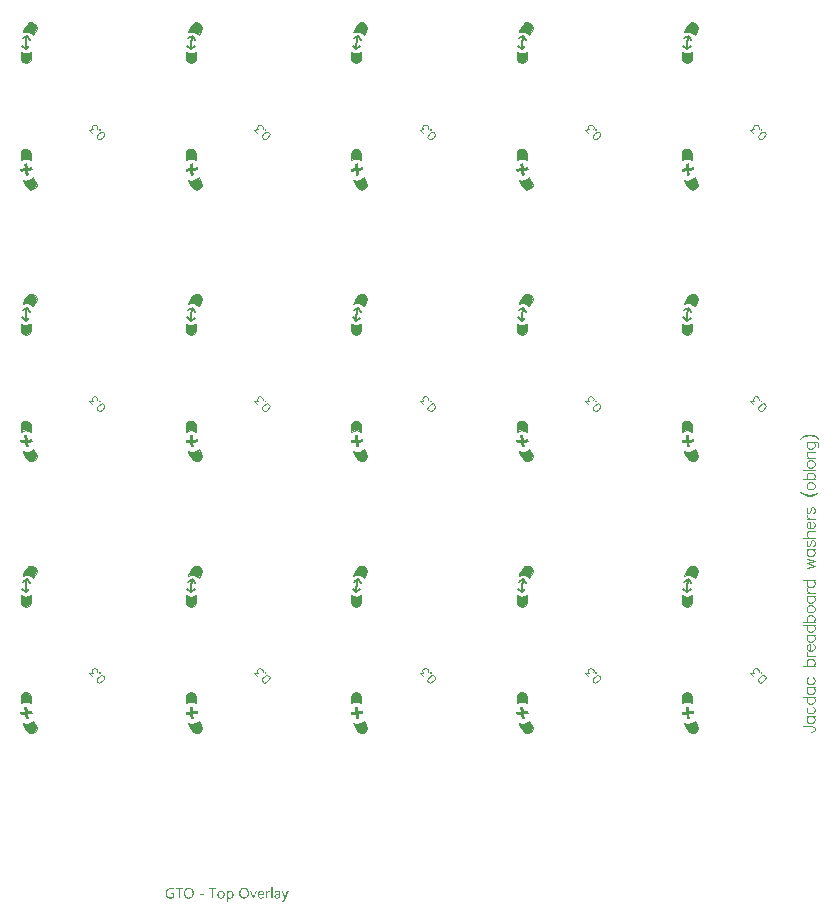
<source format=gto>
G04*
G04 #@! TF.GenerationSoftware,Altium Limited,Altium Designer,22.11.1 (43)*
G04*
G04 Layer_Color=65535*
%FSLAX44Y44*%
%MOMM*%
G71*
G04*
G04 #@! TF.SameCoordinates,A5472EDE-B7E4-43DC-9BD9-ACA13087276E*
G04*
G04*
G04 #@! TF.FilePolarity,Positive*
G04*
G01*
G75*
%ADD19C,0.1000*%
%ADD20C,0.2000*%
G36*
X624792Y684437D02*
X626057Y683369D01*
X626860Y681920D01*
X627094Y680282D01*
X626730Y678666D01*
X626272Y677976D01*
X626329Y677934D01*
X626329Y677934D01*
X626028Y677517D01*
X625451Y676666D01*
X624908Y675793D01*
X624400Y674899D01*
X624159Y674444D01*
X624159Y674444D01*
X623268Y675281D01*
X621159Y676503D01*
X618779Y677032D01*
X616351Y676821D01*
X615189Y676441D01*
X615170Y676488D01*
X615170Y676488D01*
X615592Y677455D01*
X616551Y679335D01*
X617621Y681153D01*
X618799Y682904D01*
X619440Y683743D01*
X619440Y683743D01*
X620043Y684310D01*
X621574Y684940D01*
X623229Y684984D01*
X624792Y684437D01*
X624792Y684437D02*
G37*
G36*
X484791Y684437D02*
X486057Y683369D01*
X486859Y681920D01*
X487094Y680282D01*
X486729Y678666D01*
X486272Y677976D01*
X486329Y677934D01*
X486329Y677934D01*
X486028Y677517D01*
X485451Y676666D01*
X484907Y675793D01*
X484399Y674899D01*
X484158Y674444D01*
X484158Y674444D01*
X483268Y675281D01*
X481158Y676503D01*
X478779Y677032D01*
X476350Y676821D01*
X475189Y676441D01*
X475169Y676488D01*
X475169Y676488D01*
X475591Y677455D01*
X476550Y679335D01*
X477621Y681153D01*
X478799Y682904D01*
X479440Y683743D01*
X479440Y683743D01*
X480043Y684310D01*
X481574Y684940D01*
X483229Y684984D01*
X484791Y684437D01*
X484791Y684437D02*
G37*
G36*
X344791Y684437D02*
X346056Y683369D01*
X346859Y681920D01*
X347093Y680282D01*
X346729Y678666D01*
X346271Y677976D01*
X346328Y677934D01*
X346328Y677934D01*
X346027Y677517D01*
X345450Y676666D01*
X344907Y675793D01*
X344398Y674899D01*
X344158Y674444D01*
X344158Y674444D01*
X343267Y675281D01*
X341157Y676503D01*
X338778Y677032D01*
X336350Y676821D01*
X335188Y676441D01*
X335168Y676488D01*
X335168Y676488D01*
X335591Y677455D01*
X336549Y679335D01*
X337620Y681153D01*
X338798Y682904D01*
X339439Y683743D01*
X339439Y683743D01*
X340042Y684310D01*
X341573Y684940D01*
X343228Y684984D01*
X344791Y684437D01*
X344791Y684437D02*
G37*
G36*
X204790Y684437D02*
X206056Y683369D01*
X206858Y681920D01*
X207092Y680282D01*
X206728Y678666D01*
X206271Y677976D01*
X206328Y677934D01*
X206328Y677934D01*
X206027Y677517D01*
X205449Y676666D01*
X204906Y675793D01*
X204398Y674899D01*
X204157Y674444D01*
X204157Y674444D01*
X203266Y675281D01*
X201157Y676503D01*
X198778Y677032D01*
X196349Y676821D01*
X195188Y676441D01*
X195168Y676488D01*
X195168Y676488D01*
X195590Y677455D01*
X196549Y679335D01*
X197619Y681153D01*
X198798Y682904D01*
X199438Y683743D01*
X199438Y683743D01*
X200042Y684310D01*
X201573Y684940D01*
X203228Y684984D01*
X204790Y684437D01*
X204790Y684437D02*
G37*
G36*
X64790Y684437D02*
X66055Y683369D01*
X66858Y681920D01*
X67092Y680282D01*
X66728Y678666D01*
X66270Y677976D01*
X66327Y677934D01*
X66327Y677934D01*
X66026Y677517D01*
X65449Y676666D01*
X64906Y675793D01*
X64397Y674899D01*
X64157Y674444D01*
X64157Y674444D01*
X63266Y675281D01*
X61156Y676503D01*
X58777Y677032D01*
X56349Y676821D01*
X55187Y676441D01*
X55167Y676488D01*
X55167Y676488D01*
X55589Y677455D01*
X56548Y679335D01*
X57619Y681153D01*
X58797Y682904D01*
X59438Y683743D01*
X59438Y683743D01*
X60041Y684310D01*
X61572Y684940D01*
X63227Y684984D01*
X64790Y684437D01*
X64790Y684437D02*
G37*
G36*
X622035Y653336D02*
X622035Y653336D01*
X621815Y652658D01*
X620977Y651505D01*
X619823Y650667D01*
X618468Y650227D01*
X617042Y650227D01*
X615687Y650667D01*
X614534Y651505D01*
X613696Y652658D01*
X613475Y653336D01*
X613513Y659716D01*
X613516Y659716D01*
X614501Y659192D01*
X616642Y658578D01*
X618868Y658578D01*
X621009Y659192D01*
X621995Y659716D01*
X621997Y659716D01*
X622035Y653336D01*
X622035Y653336D02*
G37*
G36*
X482034Y653336D02*
X482034Y653336D01*
X481814Y652658D01*
X480976Y651505D01*
X479823Y650667D01*
X478467Y650227D01*
X477042Y650227D01*
X475686Y650667D01*
X474533Y651505D01*
X473695Y652658D01*
X473475Y653336D01*
X473512Y659716D01*
X473515Y659716D01*
X474501Y659192D01*
X476641Y658578D01*
X478868Y658578D01*
X481008Y659192D01*
X481994Y659716D01*
X481997Y659716D01*
X482034Y653336D01*
X482034Y653336D02*
G37*
G36*
X342034Y653336D02*
X342034Y653336D01*
X341814Y652658D01*
X340976Y651505D01*
X339822Y650667D01*
X338467Y650227D01*
X337041Y650227D01*
X335686Y650667D01*
X334532Y651505D01*
X333694Y652658D01*
X333474Y653336D01*
X333512Y659716D01*
X333515Y659716D01*
X334500Y659192D01*
X336641Y658578D01*
X338867Y658578D01*
X341008Y659192D01*
X341993Y659716D01*
X341996Y659716D01*
X342034Y653336D01*
X342034Y653336D02*
G37*
G36*
X202033Y653336D02*
X202033Y653336D01*
X201813Y652658D01*
X200975Y651505D01*
X199822Y650667D01*
X198466Y650227D01*
X197041Y650227D01*
X195685Y650667D01*
X194532Y651505D01*
X193694Y652658D01*
X193474Y653336D01*
X193511Y659716D01*
X193514Y659716D01*
X194499Y659192D01*
X196640Y658578D01*
X198867Y658578D01*
X201007Y659192D01*
X201993Y659716D01*
X201996Y659716D01*
X202033Y653336D01*
X202033Y653336D02*
G37*
G36*
X62033Y653336D02*
X62033Y653336D01*
X61812Y652658D01*
X60974Y651505D01*
X59821Y650667D01*
X58466Y650227D01*
X57040Y650227D01*
X55684Y650667D01*
X54531Y651505D01*
X53693Y652658D01*
X53473Y653336D01*
X53511Y659716D01*
X53513Y659716D01*
X54499Y659192D01*
X56639Y658578D01*
X58866Y658578D01*
X61007Y659192D01*
X61992Y659716D01*
X61995Y659716D01*
X62033Y653336D01*
X62033Y653336D02*
G37*
G36*
X619823Y577333D02*
X620977Y576495D01*
X621815Y575342D01*
X622035Y574664D01*
X622035Y574664D01*
X621997Y568284D01*
X621995Y568284D01*
X621009Y568808D01*
X618868Y569422D01*
X616642Y569422D01*
X614501Y568808D01*
X613516Y568284D01*
X613513Y568284D01*
X613475Y574664D01*
X613696Y575342D01*
X614534Y576495D01*
X615687Y577333D01*
X617042Y577773D01*
X618468Y577773D01*
X619823Y577333D01*
X619823Y577333D02*
G37*
G36*
X479823Y577333D02*
X480976Y576495D01*
X481814Y575342D01*
X482034Y574664D01*
X482034Y574664D01*
X481997Y568284D01*
X481994Y568284D01*
X481008Y568808D01*
X478868Y569422D01*
X476641Y569422D01*
X474501Y568808D01*
X473515Y568284D01*
X473512Y568284D01*
X473475Y574664D01*
X473695Y575342D01*
X474533Y576495D01*
X475686Y577333D01*
X477042Y577773D01*
X478467Y577773D01*
X479823Y577333D01*
X479823Y577333D02*
G37*
G36*
X339822Y577333D02*
X340976Y576495D01*
X341814Y575342D01*
X342034Y574664D01*
X342034Y574664D01*
X341996Y568284D01*
X341993Y568284D01*
X341008Y568808D01*
X338867Y569422D01*
X336641Y569422D01*
X334500Y568808D01*
X333515Y568284D01*
X333512Y568284D01*
X333474Y574664D01*
X333694Y575342D01*
X334532Y576495D01*
X335686Y577333D01*
X337041Y577773D01*
X338467Y577773D01*
X339822Y577333D01*
X339822Y577333D02*
G37*
G36*
X199822Y577333D02*
X200975Y576495D01*
X201813Y575342D01*
X202033Y574664D01*
X202033Y574664D01*
X201996Y568284D01*
X201993Y568284D01*
X201007Y568808D01*
X198867Y569422D01*
X196640Y569422D01*
X194499Y568808D01*
X193514Y568284D01*
X193511Y568284D01*
X193474Y574664D01*
X193694Y575342D01*
X194532Y576495D01*
X195685Y577333D01*
X197041Y577773D01*
X198466Y577773D01*
X199822Y577333D01*
X199822Y577333D02*
G37*
G36*
X59821Y577333D02*
X60974Y576495D01*
X61812Y575342D01*
X62033Y574664D01*
X62033Y574664D01*
X61995Y568284D01*
X61992Y568284D01*
X61007Y568808D01*
X58866Y569422D01*
X56639Y569422D01*
X54499Y568808D01*
X53513Y568284D01*
X53511Y568284D01*
X53473Y574664D01*
X53693Y575342D01*
X54531Y576495D01*
X55684Y577333D01*
X57040Y577773D01*
X58466Y577773D01*
X59821Y577333D01*
X59821Y577333D02*
G37*
G36*
X619555Y561638D02*
X623368Y562038D01*
X623634Y559513D01*
X619820Y559113D01*
X620223Y555286D01*
X617697Y555021D01*
X617295Y558847D01*
X613508Y558449D01*
X613242Y560974D01*
X617030Y561372D01*
X616633Y565147D01*
X619158Y565412D01*
X619555Y561638D01*
X619555Y561638D02*
G37*
G36*
X479554Y561638D02*
X483368Y562038D01*
X483633Y559513D01*
X479820Y559113D01*
X480222Y555286D01*
X477697Y555021D01*
X477295Y558847D01*
X473507Y558449D01*
X473242Y560974D01*
X477029Y561372D01*
X476633Y565147D01*
X479158Y565412D01*
X479554Y561638D01*
X479554Y561638D02*
G37*
G36*
X339554Y561638D02*
X343367Y562038D01*
X343633Y559513D01*
X339819Y559113D01*
X340221Y555286D01*
X337696Y555021D01*
X337294Y558847D01*
X333507Y558449D01*
X333241Y560974D01*
X337029Y561372D01*
X336632Y565147D01*
X339157Y565412D01*
X339554Y561638D01*
X339554Y561638D02*
G37*
G36*
X199553Y561638D02*
X203367Y562038D01*
X203632Y559513D01*
X199819Y559113D01*
X200221Y555286D01*
X197696Y555021D01*
X197294Y558847D01*
X193506Y558449D01*
X193241Y560974D01*
X197028Y561372D01*
X196632Y565147D01*
X199157Y565412D01*
X199553Y561638D01*
X199553Y561638D02*
G37*
G36*
X59553Y561638D02*
X63366Y562038D01*
X63632Y559513D01*
X59818Y559113D01*
X60220Y555286D01*
X57695Y555021D01*
X57293Y558847D01*
X53506Y558449D01*
X53240Y560974D01*
X57028Y561372D01*
X56631Y565147D01*
X59156Y565412D01*
X59553Y561638D01*
X59553Y561638D02*
G37*
G36*
X624400Y553102D02*
X624908Y552207D01*
X625451Y551334D01*
X626028Y550483D01*
X626329Y550066D01*
X626329Y550066D01*
X626329Y550066D01*
X626329Y550066D01*
X626272Y550024D01*
X626730Y549334D01*
X627094Y547719D01*
X626860Y546080D01*
X626057Y544631D01*
X624792Y543563D01*
X623229Y543016D01*
X621574Y543060D01*
X620043Y543690D01*
X619440Y544258D01*
X619440Y544258D01*
X618799Y545096D01*
X617621Y546847D01*
X616551Y548665D01*
X615592Y550545D01*
X615170Y551512D01*
X615170Y551512D01*
X615189Y551559D01*
X616351Y551179D01*
X618779Y550968D01*
X621159Y551497D01*
X623268Y552719D01*
X624159Y553556D01*
X624159Y553556D01*
X624400Y553102D01*
X624400Y553102D02*
G37*
G36*
X484399Y553102D02*
X484907Y552207D01*
X485451Y551334D01*
X486028Y550483D01*
X486329Y550066D01*
X486329Y550066D01*
X486329Y550066D01*
X486329Y550066D01*
X486272Y550024D01*
X486729Y549334D01*
X487094Y547719D01*
X486859Y546080D01*
X486057Y544631D01*
X484791Y543563D01*
X483229Y543016D01*
X481574Y543060D01*
X480043Y543690D01*
X479440Y544258D01*
X479440Y544258D01*
X478799Y545096D01*
X477621Y546847D01*
X476550Y548665D01*
X475591Y550545D01*
X475169Y551512D01*
X475169Y551512D01*
X475189Y551559D01*
X476350Y551179D01*
X478779Y550968D01*
X481158Y551497D01*
X483268Y552719D01*
X484158Y553556D01*
X484158Y553556D01*
X484399Y553102D01*
X484399Y553102D02*
G37*
G36*
X344398Y553102D02*
X344907Y552207D01*
X345450Y551334D01*
X346027Y550483D01*
X346328Y550066D01*
X346328Y550066D01*
X346328Y550066D01*
X346328Y550066D01*
X346271Y550024D01*
X346729Y549334D01*
X347093Y547719D01*
X346859Y546080D01*
X346056Y544631D01*
X344791Y543563D01*
X343228Y543016D01*
X341573Y543060D01*
X340042Y543690D01*
X339439Y544258D01*
X339439Y544258D01*
X338798Y545096D01*
X337620Y546847D01*
X336549Y548665D01*
X335591Y550545D01*
X335168Y551512D01*
X335168Y551512D01*
X335188Y551559D01*
X336350Y551179D01*
X338778Y550968D01*
X341157Y551497D01*
X343267Y552719D01*
X344158Y553556D01*
X344158Y553556D01*
X344398Y553102D01*
X344398Y553102D02*
G37*
G36*
X204398Y553102D02*
X204906Y552207D01*
X205449Y551334D01*
X206027Y550483D01*
X206328Y550066D01*
X206328Y550066D01*
X206328Y550066D01*
X206328Y550066D01*
X206271Y550024D01*
X206728Y549334D01*
X207092Y547719D01*
X206858Y546080D01*
X206056Y544631D01*
X204790Y543563D01*
X203228Y543016D01*
X201573Y543060D01*
X200042Y543690D01*
X199438Y544258D01*
X199438Y544258D01*
X198798Y545096D01*
X197619Y546847D01*
X196549Y548665D01*
X195590Y550545D01*
X195168Y551512D01*
X195168Y551512D01*
X195188Y551559D01*
X196349Y551179D01*
X198778Y550968D01*
X201157Y551497D01*
X203266Y552719D01*
X204157Y553556D01*
X204157Y553556D01*
X204398Y553102D01*
X204398Y553102D02*
G37*
G36*
X64397Y553102D02*
X64906Y552207D01*
X65449Y551334D01*
X66026Y550483D01*
X66327Y550066D01*
X66327Y550066D01*
X66327Y550066D01*
X66327Y550066D01*
X66270Y550024D01*
X66728Y549334D01*
X67092Y547719D01*
X66858Y546080D01*
X66055Y544631D01*
X64790Y543563D01*
X63227Y543016D01*
X61572Y543060D01*
X60041Y543690D01*
X59438Y544258D01*
X59438Y544258D01*
X58797Y545096D01*
X57619Y546847D01*
X56548Y548665D01*
X55589Y550545D01*
X55167Y551512D01*
X55167Y551512D01*
X55187Y551559D01*
X56349Y551179D01*
X58777Y550968D01*
X61156Y551497D01*
X63266Y552719D01*
X64157Y553556D01*
X64157Y553556D01*
X64397Y553102D01*
X64397Y553102D02*
G37*
G36*
X624792Y454437D02*
X626057Y453369D01*
X626860Y451921D01*
X627094Y450281D01*
X626730Y448666D01*
X626272Y447976D01*
X626329Y447934D01*
X626329Y447934D01*
X626028Y447517D01*
X625451Y446666D01*
X624908Y445793D01*
X624400Y444899D01*
X624159Y444444D01*
X624159Y444444D01*
X623268Y445281D01*
X621159Y446503D01*
X618779Y447032D01*
X616351Y446821D01*
X615189Y446441D01*
X615170Y446488D01*
X615170Y446488D01*
X615592Y447455D01*
X616551Y449335D01*
X617621Y451153D01*
X618799Y452904D01*
X619440Y453743D01*
X619440Y453743D01*
X620043Y454310D01*
X621574Y454940D01*
X623229Y454984D01*
X624792Y454437D01*
X624792Y454437D02*
G37*
G36*
X484791Y454437D02*
X486057Y453369D01*
X486859Y451921D01*
X487094Y450281D01*
X486729Y448666D01*
X486272Y447976D01*
X486329Y447934D01*
X486329Y447934D01*
X486028Y447517D01*
X485451Y446666D01*
X484907Y445793D01*
X484399Y444899D01*
X484158Y444444D01*
X484158Y444444D01*
X483268Y445281D01*
X481158Y446503D01*
X478779Y447032D01*
X476350Y446821D01*
X475189Y446441D01*
X475169Y446488D01*
X475169Y446488D01*
X475591Y447455D01*
X476550Y449335D01*
X477621Y451153D01*
X478799Y452904D01*
X479440Y453743D01*
X479440Y453743D01*
X480043Y454310D01*
X481574Y454940D01*
X483229Y454984D01*
X484791Y454437D01*
X484791Y454437D02*
G37*
G36*
X344791Y454437D02*
X346056Y453369D01*
X346859Y451921D01*
X347093Y450281D01*
X346729Y448666D01*
X346271Y447976D01*
X346328Y447934D01*
X346328Y447934D01*
X346027Y447517D01*
X345450Y446666D01*
X344907Y445793D01*
X344398Y444899D01*
X344158Y444444D01*
X344158Y444444D01*
X343267Y445281D01*
X341157Y446503D01*
X338778Y447032D01*
X336350Y446821D01*
X335188Y446441D01*
X335168Y446488D01*
X335168Y446488D01*
X335591Y447455D01*
X336549Y449335D01*
X337620Y451153D01*
X338798Y452904D01*
X339439Y453743D01*
X339439Y453743D01*
X340042Y454310D01*
X341573Y454940D01*
X343228Y454984D01*
X344791Y454437D01*
X344791Y454437D02*
G37*
G36*
X204790Y454437D02*
X206056Y453369D01*
X206858Y451921D01*
X207092Y450281D01*
X206728Y448666D01*
X206271Y447976D01*
X206328Y447934D01*
X206328Y447934D01*
X206027Y447517D01*
X205449Y446666D01*
X204906Y445793D01*
X204398Y444899D01*
X204157Y444444D01*
X204157Y444444D01*
X203266Y445281D01*
X201157Y446503D01*
X198778Y447032D01*
X196349Y446821D01*
X195188Y446441D01*
X195168Y446488D01*
X195168Y446488D01*
X195590Y447455D01*
X196549Y449335D01*
X197619Y451153D01*
X198798Y452904D01*
X199438Y453743D01*
X199438Y453743D01*
X200042Y454310D01*
X201573Y454940D01*
X203228Y454984D01*
X204790Y454437D01*
X204790Y454437D02*
G37*
G36*
X64790Y454437D02*
X66055Y453369D01*
X66858Y451921D01*
X67092Y450281D01*
X66728Y448666D01*
X66270Y447976D01*
X66327Y447934D01*
X66327Y447934D01*
X66026Y447517D01*
X65449Y446666D01*
X64906Y445793D01*
X64397Y444899D01*
X64157Y444444D01*
X64157Y444444D01*
X63266Y445281D01*
X61156Y446503D01*
X58777Y447032D01*
X56349Y446821D01*
X55187Y446441D01*
X55167Y446488D01*
X55167Y446488D01*
X55589Y447455D01*
X56548Y449335D01*
X57619Y451153D01*
X58797Y452904D01*
X59438Y453743D01*
X59438Y453743D01*
X60041Y454310D01*
X61572Y454940D01*
X63227Y454984D01*
X64790Y454437D01*
X64790Y454437D02*
G37*
G36*
X622035Y423336D02*
X622035Y423336D01*
X621815Y422659D01*
X620977Y421505D01*
X619823Y420667D01*
X618468Y420227D01*
X617042Y420227D01*
X615687Y420667D01*
X614534Y421505D01*
X613696Y422659D01*
X613475Y423336D01*
X613513Y429716D01*
X613516Y429716D01*
X614501Y429192D01*
X616642Y428578D01*
X618868Y428578D01*
X621009Y429192D01*
X621995Y429716D01*
X621997Y429716D01*
X622035Y423336D01*
X622035Y423336D02*
G37*
G36*
X482034Y423336D02*
X482034Y423336D01*
X481814Y422659D01*
X480976Y421505D01*
X479823Y420667D01*
X478467Y420227D01*
X477042Y420227D01*
X475686Y420667D01*
X474533Y421505D01*
X473695Y422659D01*
X473475Y423336D01*
X473512Y429716D01*
X473515Y429716D01*
X474501Y429192D01*
X476641Y428578D01*
X478868Y428578D01*
X481008Y429192D01*
X481994Y429716D01*
X481997Y429716D01*
X482034Y423336D01*
X482034Y423336D02*
G37*
G36*
X342034Y423336D02*
X342034Y423336D01*
X341814Y422659D01*
X340976Y421505D01*
X339822Y420667D01*
X338467Y420227D01*
X337041Y420227D01*
X335686Y420667D01*
X334532Y421505D01*
X333694Y422659D01*
X333474Y423336D01*
X333512Y429716D01*
X333515Y429716D01*
X334500Y429192D01*
X336641Y428578D01*
X338867Y428578D01*
X341008Y429192D01*
X341993Y429716D01*
X341996Y429716D01*
X342034Y423336D01*
X342034Y423336D02*
G37*
G36*
X202033Y423336D02*
X202033Y423336D01*
X201813Y422659D01*
X200975Y421505D01*
X199822Y420667D01*
X198466Y420227D01*
X197041Y420227D01*
X195685Y420667D01*
X194532Y421505D01*
X193694Y422659D01*
X193474Y423336D01*
X193511Y429716D01*
X193514Y429716D01*
X194499Y429192D01*
X196640Y428578D01*
X198867Y428578D01*
X201007Y429192D01*
X201993Y429716D01*
X201996Y429716D01*
X202033Y423336D01*
X202033Y423336D02*
G37*
G36*
X62033Y423336D02*
X62033Y423336D01*
X61812Y422659D01*
X60974Y421505D01*
X59821Y420667D01*
X58466Y420227D01*
X57040Y420227D01*
X55684Y420667D01*
X54531Y421505D01*
X53693Y422659D01*
X53473Y423336D01*
X53511Y429716D01*
X53513Y429716D01*
X54499Y429192D01*
X56639Y428578D01*
X58866Y428578D01*
X61007Y429192D01*
X61992Y429716D01*
X61995Y429716D01*
X62033Y423336D01*
X62033Y423336D02*
G37*
G36*
X619823Y347333D02*
X620977Y346495D01*
X621815Y345342D01*
X622035Y344664D01*
X622035Y344664D01*
X621997Y338284D01*
X621995Y338284D01*
X621009Y338808D01*
X618868Y339422D01*
X616642Y339422D01*
X614501Y338808D01*
X613516Y338284D01*
X613513Y338284D01*
X613475Y344664D01*
X613696Y345342D01*
X614534Y346495D01*
X615687Y347333D01*
X617042Y347773D01*
X618468Y347773D01*
X619823Y347333D01*
X619823Y347333D02*
G37*
G36*
X479823Y347333D02*
X480976Y346495D01*
X481814Y345342D01*
X482034Y344664D01*
X482034Y344664D01*
X481997Y338284D01*
X481994Y338284D01*
X481008Y338808D01*
X478868Y339422D01*
X476641Y339422D01*
X474501Y338808D01*
X473515Y338284D01*
X473512Y338284D01*
X473475Y344664D01*
X473695Y345342D01*
X474533Y346495D01*
X475686Y347333D01*
X477042Y347773D01*
X478467Y347773D01*
X479823Y347333D01*
X479823Y347333D02*
G37*
G36*
X339822Y347333D02*
X340976Y346495D01*
X341814Y345342D01*
X342034Y344664D01*
X342034Y344664D01*
X341996Y338284D01*
X341993Y338284D01*
X341008Y338808D01*
X338867Y339422D01*
X336641Y339422D01*
X334500Y338808D01*
X333515Y338284D01*
X333512Y338284D01*
X333474Y344664D01*
X333694Y345342D01*
X334532Y346495D01*
X335686Y347333D01*
X337041Y347773D01*
X338467Y347773D01*
X339822Y347333D01*
X339822Y347333D02*
G37*
G36*
X199822Y347333D02*
X200975Y346495D01*
X201813Y345342D01*
X202033Y344664D01*
X202033Y344664D01*
X201996Y338284D01*
X201993Y338284D01*
X201007Y338808D01*
X198867Y339422D01*
X196640Y339422D01*
X194499Y338808D01*
X193514Y338284D01*
X193511Y338284D01*
X193474Y344664D01*
X193694Y345342D01*
X194532Y346495D01*
X195685Y347333D01*
X197041Y347773D01*
X198466Y347773D01*
X199822Y347333D01*
X199822Y347333D02*
G37*
G36*
X59821Y347333D02*
X60974Y346495D01*
X61812Y345342D01*
X62033Y344664D01*
X62033Y344664D01*
X61995Y338284D01*
X61992Y338284D01*
X61007Y338808D01*
X58866Y339422D01*
X56639Y339422D01*
X54499Y338808D01*
X53513Y338284D01*
X53511Y338284D01*
X53473Y344664D01*
X53693Y345342D01*
X54531Y346495D01*
X55684Y347333D01*
X57040Y347773D01*
X58466Y347773D01*
X59821Y347333D01*
X59821Y347333D02*
G37*
G36*
X619555Y331638D02*
X623368Y332038D01*
X623634Y329513D01*
X619820Y329113D01*
X620223Y325286D01*
X617697Y325021D01*
X617295Y328847D01*
X613508Y328449D01*
X613242Y330974D01*
X617030Y331372D01*
X616633Y335147D01*
X619158Y335412D01*
X619555Y331638D01*
X619555Y331638D02*
G37*
G36*
X479554Y331638D02*
X483368Y332038D01*
X483633Y329513D01*
X479820Y329113D01*
X480222Y325286D01*
X477697Y325021D01*
X477295Y328847D01*
X473507Y328449D01*
X473242Y330974D01*
X477029Y331372D01*
X476633Y335147D01*
X479158Y335412D01*
X479554Y331638D01*
X479554Y331638D02*
G37*
G36*
X339554Y331638D02*
X343367Y332038D01*
X343633Y329513D01*
X339819Y329113D01*
X340221Y325286D01*
X337696Y325021D01*
X337294Y328847D01*
X333507Y328449D01*
X333241Y330974D01*
X337029Y331372D01*
X336632Y335147D01*
X339157Y335412D01*
X339554Y331638D01*
X339554Y331638D02*
G37*
G36*
X199553Y331638D02*
X203367Y332038D01*
X203632Y329513D01*
X199819Y329113D01*
X200221Y325286D01*
X197696Y325021D01*
X197294Y328847D01*
X193506Y328449D01*
X193241Y330974D01*
X197028Y331372D01*
X196632Y335147D01*
X199157Y335412D01*
X199553Y331638D01*
X199553Y331638D02*
G37*
G36*
X59553Y331638D02*
X63366Y332038D01*
X63632Y329513D01*
X59818Y329113D01*
X60220Y325286D01*
X57695Y325021D01*
X57293Y328847D01*
X53506Y328449D01*
X53240Y330974D01*
X57028Y331372D01*
X56631Y335147D01*
X59156Y335412D01*
X59553Y331638D01*
X59553Y331638D02*
G37*
G36*
X624400Y323101D02*
X624908Y322207D01*
X625451Y321334D01*
X626028Y320483D01*
X626329Y320066D01*
X626272Y320024D01*
X626730Y319334D01*
X627094Y317719D01*
X626860Y316080D01*
X626057Y314631D01*
X624792Y313563D01*
X623229Y313016D01*
X621574Y313060D01*
X620043Y313690D01*
X619440Y314258D01*
X619440Y314258D01*
X618799Y315096D01*
X617621Y316847D01*
X616551Y318665D01*
X615592Y320545D01*
X615170Y321512D01*
X615170Y321512D01*
X615189Y321559D01*
X616351Y321179D01*
X618779Y320968D01*
X621159Y321497D01*
X623268Y322719D01*
X624159Y323556D01*
X624159Y323556D01*
X624400Y323101D01*
X624400Y323101D02*
G37*
G36*
X484399Y323101D02*
X484907Y322207D01*
X485451Y321334D01*
X486028Y320483D01*
X486329Y320066D01*
X486272Y320024D01*
X486729Y319334D01*
X487094Y317719D01*
X486859Y316080D01*
X486057Y314631D01*
X484791Y313563D01*
X483229Y313016D01*
X481574Y313060D01*
X480043Y313690D01*
X479440Y314258D01*
X479440Y314258D01*
X478799Y315096D01*
X477621Y316847D01*
X476550Y318665D01*
X475591Y320545D01*
X475169Y321512D01*
X475169Y321512D01*
X475189Y321559D01*
X476350Y321179D01*
X478779Y320968D01*
X481158Y321497D01*
X483268Y322719D01*
X484158Y323556D01*
X484158Y323556D01*
X484399Y323101D01*
X484399Y323101D02*
G37*
G36*
X344398Y323101D02*
X344907Y322207D01*
X345450Y321334D01*
X346027Y320483D01*
X346328Y320066D01*
X346271Y320024D01*
X346729Y319334D01*
X347093Y317719D01*
X346859Y316080D01*
X346056Y314631D01*
X344791Y313563D01*
X343228Y313016D01*
X341573Y313060D01*
X340042Y313690D01*
X339439Y314258D01*
X339439Y314258D01*
X338798Y315096D01*
X337620Y316847D01*
X336549Y318665D01*
X335591Y320545D01*
X335168Y321512D01*
X335168Y321512D01*
X335188Y321559D01*
X336350Y321179D01*
X338778Y320968D01*
X341157Y321497D01*
X343267Y322719D01*
X344158Y323556D01*
X344158Y323556D01*
X344398Y323101D01*
X344398Y323101D02*
G37*
G36*
X204398Y323101D02*
X204906Y322207D01*
X205449Y321334D01*
X206027Y320483D01*
X206328Y320066D01*
X206271Y320024D01*
X206728Y319334D01*
X207092Y317719D01*
X206858Y316080D01*
X206056Y314631D01*
X204790Y313563D01*
X203228Y313016D01*
X201573Y313060D01*
X200042Y313690D01*
X199438Y314258D01*
X199438Y314258D01*
X198798Y315096D01*
X197619Y316847D01*
X196549Y318665D01*
X195590Y320545D01*
X195168Y321512D01*
X195168Y321512D01*
X195188Y321559D01*
X196349Y321179D01*
X198778Y320968D01*
X201157Y321497D01*
X203266Y322719D01*
X204157Y323556D01*
X204157Y323556D01*
X204398Y323101D01*
X204398Y323101D02*
G37*
G36*
X64397Y323101D02*
X64906Y322207D01*
X65449Y321334D01*
X66026Y320483D01*
X66327Y320066D01*
X66327Y320066D01*
X66327Y320066D01*
X66327Y320066D01*
X66270Y320024D01*
X66728Y319334D01*
X67092Y317719D01*
X66858Y316080D01*
X66055Y314631D01*
X64790Y313563D01*
X63227Y313016D01*
X61572Y313060D01*
X60041Y313690D01*
X59438Y314258D01*
X59438Y314258D01*
X58797Y315096D01*
X57619Y316847D01*
X56548Y318665D01*
X55589Y320545D01*
X55167Y321512D01*
X55167Y321512D01*
X55187Y321559D01*
X56349Y321179D01*
X58777Y320968D01*
X61156Y321497D01*
X63266Y322719D01*
X64157Y323556D01*
X64157Y323556D01*
X64397Y323101D01*
X64397Y323101D02*
G37*
G36*
X626329Y320066D02*
X626329Y320066D01*
X626329Y320066D01*
X626329Y320066D01*
X626329Y320066D02*
G37*
G36*
X486329Y320066D02*
X486329Y320066D01*
X486329Y320066D01*
X486329Y320066D01*
X486329Y320066D02*
G37*
G36*
X346328Y320066D02*
X346328Y320066D01*
X346328Y320066D01*
X346328Y320066D01*
X346328Y320066D02*
G37*
G36*
X206328Y320066D02*
X206328Y320066D01*
X206328Y320066D01*
X206328Y320066D01*
X206328Y320066D02*
G37*
G36*
X624792Y224437D02*
X626057Y223369D01*
X626860Y221921D01*
X627094Y220281D01*
X626730Y218666D01*
X626272Y217976D01*
X626329Y217934D01*
X626329Y217934D01*
X626028Y217517D01*
X625451Y216666D01*
X624908Y215793D01*
X624400Y214899D01*
X624159Y214444D01*
X624159Y214444D01*
X623268Y215281D01*
X621159Y216503D01*
X618779Y217032D01*
X616351Y216821D01*
X615189Y216441D01*
X615170Y216488D01*
X615170Y216488D01*
X615592Y217455D01*
X616551Y219335D01*
X617621Y221153D01*
X618799Y222904D01*
X619440Y223743D01*
X619440Y223743D01*
X620043Y224310D01*
X621574Y224940D01*
X623229Y224984D01*
X624792Y224437D01*
X624792Y224437D02*
G37*
G36*
X484791Y224437D02*
X486057Y223369D01*
X486859Y221921D01*
X487094Y220281D01*
X486729Y218666D01*
X486272Y217976D01*
X486329Y217934D01*
X486329Y217934D01*
X486028Y217517D01*
X485451Y216666D01*
X484907Y215793D01*
X484399Y214899D01*
X484158Y214444D01*
X484158Y214444D01*
X483268Y215281D01*
X481158Y216503D01*
X478779Y217032D01*
X476350Y216821D01*
X475189Y216441D01*
X475169Y216488D01*
X475169Y216488D01*
X475591Y217455D01*
X476550Y219335D01*
X477621Y221153D01*
X478799Y222904D01*
X479440Y223743D01*
X479440Y223743D01*
X480043Y224310D01*
X481574Y224940D01*
X483229Y224984D01*
X484791Y224437D01*
X484791Y224437D02*
G37*
G36*
X344791Y224437D02*
X346056Y223369D01*
X346859Y221921D01*
X347093Y220281D01*
X346729Y218666D01*
X346271Y217976D01*
X346328Y217934D01*
X346328Y217934D01*
X346027Y217517D01*
X345450Y216666D01*
X344907Y215793D01*
X344398Y214899D01*
X344158Y214444D01*
X344158Y214444D01*
X343267Y215281D01*
X341157Y216503D01*
X338778Y217032D01*
X336350Y216821D01*
X335188Y216441D01*
X335168Y216488D01*
X335168Y216488D01*
X335591Y217455D01*
X336549Y219335D01*
X337620Y221153D01*
X338798Y222904D01*
X339439Y223743D01*
X339439Y223743D01*
X340042Y224310D01*
X341573Y224940D01*
X343228Y224984D01*
X344791Y224437D01*
X344791Y224437D02*
G37*
G36*
X204790Y224437D02*
X206056Y223369D01*
X206858Y221921D01*
X207092Y220281D01*
X206728Y218666D01*
X206271Y217976D01*
X206328Y217934D01*
X206328Y217934D01*
X206027Y217517D01*
X205449Y216666D01*
X204906Y215793D01*
X204398Y214899D01*
X204157Y214444D01*
X204157Y214444D01*
X203266Y215281D01*
X201157Y216503D01*
X198778Y217032D01*
X196349Y216821D01*
X195188Y216441D01*
X195168Y216488D01*
X195168Y216488D01*
X195590Y217455D01*
X196549Y219335D01*
X197619Y221153D01*
X198798Y222904D01*
X199438Y223743D01*
X199438Y223743D01*
X200042Y224310D01*
X201573Y224940D01*
X203228Y224984D01*
X204790Y224437D01*
X204790Y224437D02*
G37*
G36*
X64790Y224437D02*
X66055Y223369D01*
X66858Y221921D01*
X67092Y220281D01*
X66728Y218666D01*
X66270Y217976D01*
X66327Y217934D01*
X66327Y217934D01*
X66026Y217517D01*
X65449Y216666D01*
X64906Y215793D01*
X64397Y214899D01*
X64157Y214444D01*
X64157Y214444D01*
X63266Y215281D01*
X61156Y216503D01*
X58777Y217032D01*
X56349Y216821D01*
X55187Y216441D01*
X55167Y216488D01*
X55167Y216488D01*
X55589Y217455D01*
X56548Y219335D01*
X57619Y221153D01*
X58797Y222904D01*
X59438Y223743D01*
X59438Y223743D01*
X60041Y224310D01*
X61572Y224940D01*
X63227Y224984D01*
X64790Y224437D01*
X64790Y224437D02*
G37*
G36*
X622035Y193336D02*
X622035Y193336D01*
X621815Y192658D01*
X620977Y191505D01*
X619823Y190667D01*
X618468Y190227D01*
X617042Y190227D01*
X615687Y190667D01*
X614534Y191505D01*
X613696Y192658D01*
X613475Y193336D01*
X613513Y199716D01*
X613516Y199716D01*
X614501Y199192D01*
X616642Y198578D01*
X618868Y198578D01*
X621009Y199192D01*
X621995Y199716D01*
X621997Y199716D01*
X622035Y193336D01*
X622035Y193336D02*
G37*
G36*
X482034Y193336D02*
X482034Y193336D01*
X481814Y192658D01*
X480976Y191505D01*
X479823Y190667D01*
X478467Y190227D01*
X477042Y190227D01*
X475686Y190667D01*
X474533Y191505D01*
X473695Y192658D01*
X473475Y193336D01*
X473512Y199716D01*
X473515Y199716D01*
X474501Y199192D01*
X476641Y198578D01*
X478868Y198578D01*
X481008Y199192D01*
X481994Y199716D01*
X481997Y199716D01*
X482034Y193336D01*
X482034Y193336D02*
G37*
G36*
X342034Y193336D02*
X342034Y193336D01*
X341814Y192658D01*
X340976Y191505D01*
X339822Y190667D01*
X338467Y190227D01*
X337041Y190227D01*
X335686Y190667D01*
X334532Y191505D01*
X333694Y192658D01*
X333474Y193336D01*
X333512Y199716D01*
X333515Y199716D01*
X334500Y199192D01*
X336641Y198578D01*
X338867Y198578D01*
X341008Y199192D01*
X341993Y199716D01*
X341996Y199716D01*
X342034Y193336D01*
X342034Y193336D02*
G37*
G36*
X202033Y193336D02*
X202033Y193336D01*
X201813Y192658D01*
X200975Y191505D01*
X199822Y190667D01*
X198466Y190227D01*
X197041Y190227D01*
X195685Y190667D01*
X194532Y191505D01*
X193694Y192658D01*
X193474Y193336D01*
X193511Y199716D01*
X193514Y199716D01*
X194499Y199192D01*
X196640Y198578D01*
X198867Y198578D01*
X201007Y199192D01*
X201993Y199716D01*
X201996Y199716D01*
X202033Y193336D01*
X202033Y193336D02*
G37*
G36*
X62033Y193336D02*
X62033Y193336D01*
X61812Y192658D01*
X60974Y191505D01*
X59821Y190667D01*
X58466Y190227D01*
X57040Y190227D01*
X55684Y190667D01*
X54531Y191505D01*
X53693Y192658D01*
X53473Y193336D01*
X53511Y199716D01*
X53513Y199716D01*
X54499Y199192D01*
X56639Y198578D01*
X58866Y198578D01*
X61007Y199192D01*
X61992Y199716D01*
X61995Y199716D01*
X62033Y193336D01*
X62033Y193336D02*
G37*
G36*
X619823Y117333D02*
X620977Y116495D01*
X621815Y115342D01*
X622035Y114664D01*
X622035Y114664D01*
X621997Y108284D01*
X621995Y108284D01*
X621009Y108808D01*
X618868Y109422D01*
X616642Y109422D01*
X614501Y108808D01*
X613516Y108284D01*
X613513Y108284D01*
X613475Y114664D01*
X613696Y115342D01*
X614534Y116495D01*
X615687Y117333D01*
X617042Y117773D01*
X618468Y117773D01*
X619823Y117333D01*
X619823Y117333D02*
G37*
G36*
X479823Y117333D02*
X480976Y116495D01*
X481814Y115342D01*
X482034Y114664D01*
X482034Y114664D01*
X481997Y108284D01*
X481994Y108284D01*
X481008Y108808D01*
X478868Y109422D01*
X476641Y109422D01*
X474501Y108808D01*
X473515Y108284D01*
X473512Y108284D01*
X473475Y114664D01*
X473695Y115342D01*
X474533Y116495D01*
X475686Y117333D01*
X477042Y117773D01*
X478467Y117773D01*
X479823Y117333D01*
X479823Y117333D02*
G37*
G36*
X339822Y117333D02*
X340976Y116495D01*
X341814Y115342D01*
X342034Y114664D01*
X342034Y114664D01*
X341996Y108284D01*
X341993Y108284D01*
X341008Y108808D01*
X338867Y109422D01*
X336641Y109422D01*
X334500Y108808D01*
X333515Y108284D01*
X333512Y108284D01*
X333474Y114664D01*
X333694Y115342D01*
X334532Y116495D01*
X335686Y117333D01*
X337041Y117773D01*
X338467Y117773D01*
X339822Y117333D01*
X339822Y117333D02*
G37*
G36*
X199822Y117333D02*
X200975Y116495D01*
X201813Y115342D01*
X202033Y114664D01*
X202033Y114664D01*
X201996Y108284D01*
X201993Y108284D01*
X201007Y108808D01*
X198867Y109422D01*
X196640Y109422D01*
X194499Y108808D01*
X193514Y108284D01*
X193511Y108284D01*
X193474Y114664D01*
X193694Y115342D01*
X194532Y116495D01*
X195685Y117333D01*
X197041Y117773D01*
X198466Y117773D01*
X199822Y117333D01*
X199822Y117333D02*
G37*
G36*
X59821Y117333D02*
X60974Y116495D01*
X61812Y115342D01*
X62033Y114664D01*
X62033Y114664D01*
X61995Y108284D01*
X61992Y108284D01*
X61007Y108808D01*
X58866Y109422D01*
X56639Y109422D01*
X54499Y108808D01*
X53513Y108284D01*
X53511Y108284D01*
X53473Y114664D01*
X53693Y115342D01*
X54531Y116495D01*
X55684Y117333D01*
X57040Y117773D01*
X58466Y117773D01*
X59821Y117333D01*
X59821Y117333D02*
G37*
G36*
X619555Y101638D02*
X623368Y102038D01*
X623634Y99513D01*
X619820Y99113D01*
X620223Y95286D01*
X617697Y95021D01*
X617295Y98847D01*
X613508Y98449D01*
X613242Y100974D01*
X617030Y101372D01*
X616633Y105147D01*
X619158Y105412D01*
X619555Y101638D01*
X619555Y101638D02*
G37*
G36*
X479554Y101638D02*
X483368Y102038D01*
X483633Y99513D01*
X479820Y99113D01*
X480222Y95286D01*
X477697Y95021D01*
X477295Y98847D01*
X473507Y98449D01*
X473242Y100974D01*
X477029Y101372D01*
X476633Y105147D01*
X479158Y105412D01*
X479554Y101638D01*
X479554Y101638D02*
G37*
G36*
X339554Y101638D02*
X343367Y102038D01*
X343633Y99513D01*
X339819Y99113D01*
X340221Y95286D01*
X337696Y95021D01*
X337294Y98847D01*
X333507Y98449D01*
X333241Y100974D01*
X337029Y101372D01*
X336632Y105147D01*
X339157Y105412D01*
X339554Y101638D01*
X339554Y101638D02*
G37*
G36*
X199553Y101638D02*
X203367Y102038D01*
X203632Y99513D01*
X199819Y99113D01*
X200221Y95286D01*
X197696Y95021D01*
X197294Y98847D01*
X193506Y98449D01*
X193241Y100974D01*
X197028Y101372D01*
X196632Y105147D01*
X199157Y105412D01*
X199553Y101638D01*
X199553Y101638D02*
G37*
G36*
X59553Y101638D02*
X63366Y102038D01*
X63632Y99513D01*
X59818Y99113D01*
X60220Y95286D01*
X57695Y95021D01*
X57293Y98847D01*
X53506Y98449D01*
X53240Y100974D01*
X57028Y101372D01*
X56631Y105147D01*
X59156Y105412D01*
X59553Y101638D01*
X59553Y101638D02*
G37*
G36*
X624400Y93101D02*
X624908Y92207D01*
X625451Y91334D01*
X626028Y90483D01*
X626329Y90066D01*
X626272Y90024D01*
X626730Y89334D01*
X627094Y87719D01*
X626860Y86080D01*
X626057Y84631D01*
X624792Y83563D01*
X623229Y83016D01*
X621574Y83060D01*
X620043Y83690D01*
X619440Y84257D01*
X619440Y84257D01*
X618799Y85096D01*
X617621Y86847D01*
X616551Y88665D01*
X615592Y90545D01*
X615170Y91512D01*
X615170Y91512D01*
X615189Y91559D01*
X616351Y91179D01*
X618779Y90968D01*
X621159Y91497D01*
X623268Y92719D01*
X624159Y93556D01*
X624159Y93556D01*
X624400Y93101D01*
X624400Y93101D02*
G37*
G36*
X484399Y93101D02*
X484907Y92207D01*
X485451Y91334D01*
X486028Y90483D01*
X486329Y90066D01*
X486272Y90024D01*
X486729Y89334D01*
X487094Y87719D01*
X486859Y86080D01*
X486057Y84631D01*
X484791Y83563D01*
X483229Y83016D01*
X481574Y83060D01*
X480043Y83690D01*
X479440Y84257D01*
X479440Y84257D01*
X478799Y85096D01*
X477621Y86847D01*
X476550Y88665D01*
X475591Y90545D01*
X475169Y91512D01*
X475169Y91512D01*
X475189Y91559D01*
X476350Y91179D01*
X478779Y90968D01*
X481158Y91497D01*
X483268Y92719D01*
X484158Y93556D01*
X484158Y93556D01*
X484399Y93101D01*
X484399Y93101D02*
G37*
G36*
X344398Y93101D02*
X344907Y92207D01*
X345450Y91334D01*
X346027Y90483D01*
X346328Y90066D01*
X346271Y90024D01*
X346729Y89334D01*
X347093Y87719D01*
X346859Y86080D01*
X346056Y84631D01*
X344791Y83563D01*
X343228Y83016D01*
X341573Y83060D01*
X340042Y83690D01*
X339439Y84257D01*
X339439Y84257D01*
X338798Y85096D01*
X337620Y86847D01*
X336549Y88665D01*
X335591Y90545D01*
X335168Y91512D01*
X335168Y91512D01*
X335188Y91559D01*
X336350Y91179D01*
X338778Y90968D01*
X341157Y91497D01*
X343267Y92719D01*
X344158Y93556D01*
X344158Y93556D01*
X344398Y93101D01*
X344398Y93101D02*
G37*
G36*
X204398Y93101D02*
X204906Y92207D01*
X205449Y91334D01*
X206027Y90483D01*
X206328Y90066D01*
X206271Y90024D01*
X206728Y89334D01*
X207092Y87719D01*
X206858Y86080D01*
X206056Y84631D01*
X204790Y83563D01*
X203228Y83016D01*
X201573Y83060D01*
X200042Y83690D01*
X199438Y84257D01*
X199438Y84257D01*
X198798Y85096D01*
X197619Y86847D01*
X196549Y88665D01*
X195590Y90545D01*
X195168Y91512D01*
X195168Y91512D01*
X195188Y91559D01*
X196349Y91179D01*
X198778Y90968D01*
X201157Y91497D01*
X203266Y92719D01*
X204157Y93556D01*
X204157Y93556D01*
X204398Y93101D01*
X204398Y93101D02*
G37*
G36*
X64397Y93101D02*
X64906Y92207D01*
X65449Y91334D01*
X66026Y90483D01*
X66327Y90066D01*
X66327Y90066D01*
X66327Y90066D01*
X66327Y90066D01*
X66270Y90024D01*
X66728Y89334D01*
X67092Y87719D01*
X66858Y86080D01*
X66055Y84631D01*
X64790Y83563D01*
X63227Y83016D01*
X61572Y83060D01*
X60041Y83690D01*
X59438Y84257D01*
X59438Y84257D01*
X58797Y85096D01*
X57619Y86847D01*
X56548Y88665D01*
X55589Y90545D01*
X55167Y91512D01*
X55167Y91512D01*
X55187Y91559D01*
X56349Y91179D01*
X58777Y90968D01*
X61156Y91497D01*
X63266Y92719D01*
X64157Y93556D01*
X64157Y93556D01*
X64397Y93101D01*
X64397Y93101D02*
G37*
G36*
X626329Y90066D02*
X626329Y90066D01*
X626329Y90066D01*
X626329Y90066D01*
X626329Y90066D02*
G37*
G36*
X486329Y90066D02*
X486329Y90066D01*
X486329Y90066D01*
X486329Y90066D01*
X486329Y90066D02*
G37*
G36*
X346328Y90066D02*
X346328Y90066D01*
X346328Y90066D01*
X346328Y90066D01*
X346328Y90066D02*
G37*
G36*
X206328Y90066D02*
X206328Y90066D01*
X206328Y90066D01*
X206328Y90066D01*
X206328Y90066D02*
G37*
G36*
X181144Y-47802D02*
X181270Y-47810D01*
X181419Y-47818D01*
X181576Y-47833D01*
X181756Y-47857D01*
X181945Y-47880D01*
X182141Y-47912D01*
X182345Y-47951D01*
X182549Y-47998D01*
X182753Y-48053D01*
X182957Y-48116D01*
X183161Y-48186D01*
X183349Y-48273D01*
X183349Y-49426D01*
X183334Y-49419D01*
X183302Y-49395D01*
X183240Y-49364D01*
X183161Y-49317D01*
X183051Y-49269D01*
X182926Y-49207D01*
X182784Y-49152D01*
X182620Y-49081D01*
X182447Y-49018D01*
X182251Y-48956D01*
X182039Y-48901D01*
X181811Y-48854D01*
X181568Y-48807D01*
X181317Y-48775D01*
X181058Y-48752D01*
X180783Y-48744D01*
X180720Y-48744D01*
X180642Y-48752D01*
X180532Y-48759D01*
X180406Y-48775D01*
X180257Y-48799D01*
X180092Y-48830D01*
X179912Y-48869D01*
X179723Y-48924D01*
X179527Y-48995D01*
X179323Y-49081D01*
X179111Y-49183D01*
X178907Y-49301D01*
X178711Y-49434D01*
X178515Y-49599D01*
X178326Y-49780D01*
X178319Y-49788D01*
X178287Y-49827D01*
X178240Y-49882D01*
X178177Y-49968D01*
X178107Y-50070D01*
X178020Y-50188D01*
X177934Y-50337D01*
X177848Y-50502D01*
X177761Y-50682D01*
X177675Y-50886D01*
X177589Y-51106D01*
X177518Y-51342D01*
X177455Y-51593D01*
X177408Y-51860D01*
X177377Y-52150D01*
X177369Y-52448D01*
X177369Y-52456D01*
X177369Y-52464D01*
X177369Y-52487D01*
X177369Y-52519D01*
X177369Y-52566D01*
X177377Y-52613D01*
X177385Y-52731D01*
X177393Y-52872D01*
X177416Y-53037D01*
X177439Y-53217D01*
X177479Y-53414D01*
X177526Y-53625D01*
X177589Y-53845D01*
X177659Y-54065D01*
X177746Y-54293D01*
X177848Y-54512D01*
X177965Y-54724D01*
X178099Y-54928D01*
X178256Y-55117D01*
X178264Y-55125D01*
X178295Y-55156D01*
X178350Y-55203D01*
X178421Y-55266D01*
X178507Y-55336D01*
X178617Y-55423D01*
X178742Y-55509D01*
X178892Y-55595D01*
X179056Y-55690D01*
X179237Y-55776D01*
X179433Y-55855D01*
X179653Y-55933D01*
X179881Y-55996D01*
X180132Y-56043D01*
X180391Y-56074D01*
X180673Y-56082D01*
X180775Y-56082D01*
X180846Y-56074D01*
X180940Y-56066D01*
X181042Y-56059D01*
X181160Y-56051D01*
X181293Y-56027D01*
X181427Y-56012D01*
X181576Y-55980D01*
X181874Y-55909D01*
X182031Y-55862D01*
X182180Y-55800D01*
X182329Y-55737D01*
X182478Y-55666D01*
X182478Y-53162D01*
X180524Y-53162D01*
X180524Y-52213D01*
X183530Y-52213D01*
X183530Y-56263D01*
X183514Y-56270D01*
X183467Y-56294D01*
X183397Y-56333D01*
X183295Y-56380D01*
X183169Y-56435D01*
X183020Y-56498D01*
X182847Y-56569D01*
X182651Y-56639D01*
X182439Y-56710D01*
X182204Y-56781D01*
X181960Y-56843D01*
X181701Y-56898D01*
X181427Y-56946D01*
X181136Y-56985D01*
X180846Y-57008D01*
X180540Y-57016D01*
X180453Y-57016D01*
X180414Y-57008D01*
X180359Y-57008D01*
X180296Y-57000D01*
X180226Y-57000D01*
X180061Y-56977D01*
X179873Y-56953D01*
X179669Y-56914D01*
X179441Y-56859D01*
X179198Y-56796D01*
X178946Y-56718D01*
X178687Y-56616D01*
X178428Y-56498D01*
X178169Y-56357D01*
X177918Y-56192D01*
X177675Y-56004D01*
X177447Y-55792D01*
X177432Y-55776D01*
X177400Y-55737D01*
X177337Y-55666D01*
X177267Y-55564D01*
X177173Y-55446D01*
X177078Y-55297D01*
X176969Y-55117D01*
X176859Y-54921D01*
X176749Y-54701D01*
X176639Y-54450D01*
X176545Y-54183D01*
X176451Y-53892D01*
X176380Y-53586D01*
X176317Y-53249D01*
X176286Y-52896D01*
X176270Y-52527D01*
X176270Y-52519D01*
X176270Y-52503D01*
X176270Y-52472D01*
X176270Y-52432D01*
X176278Y-52385D01*
X176278Y-52323D01*
X176286Y-52260D01*
X176294Y-52181D01*
X176301Y-52095D01*
X176309Y-52009D01*
X176341Y-51805D01*
X176380Y-51569D01*
X176435Y-51326D01*
X176506Y-51059D01*
X176592Y-50784D01*
X176694Y-50502D01*
X176819Y-50219D01*
X176977Y-49937D01*
X177149Y-49654D01*
X177353Y-49387D01*
X177581Y-49128D01*
X177596Y-49113D01*
X177644Y-49073D01*
X177714Y-49003D01*
X177816Y-48916D01*
X177950Y-48822D01*
X178099Y-48704D01*
X178279Y-48587D01*
X178491Y-48461D01*
X178719Y-48335D01*
X178970Y-48218D01*
X179237Y-48100D01*
X179535Y-48006D01*
X179849Y-47920D01*
X180179Y-47849D01*
X180532Y-47810D01*
X180901Y-47794D01*
X181042Y-47794D01*
X181144Y-47802D01*
X181144Y-47802D02*
G37*
G36*
X231344Y-50353D02*
X231430Y-50360D01*
X231532Y-50368D01*
X231650Y-50392D01*
X231783Y-50415D01*
X231932Y-50455D01*
X232082Y-50502D01*
X232239Y-50557D01*
X232395Y-50627D01*
X232560Y-50706D01*
X232717Y-50808D01*
X232866Y-50926D01*
X233015Y-51059D01*
X233149Y-51208D01*
X233157Y-51216D01*
X233180Y-51247D01*
X233212Y-51294D01*
X233259Y-51365D01*
X233306Y-51451D01*
X233369Y-51554D01*
X233431Y-51679D01*
X233494Y-51813D01*
X233557Y-51969D01*
X233620Y-52142D01*
X233683Y-52330D01*
X233730Y-52534D01*
X233777Y-52754D01*
X233808Y-52990D01*
X233832Y-53241D01*
X233840Y-53500D01*
X233840Y-53508D01*
X233840Y-53516D01*
X233840Y-53539D01*
X233840Y-53571D01*
X233832Y-53657D01*
X233824Y-53767D01*
X233816Y-53900D01*
X233800Y-54057D01*
X233777Y-54230D01*
X233745Y-54418D01*
X233698Y-54614D01*
X233651Y-54826D01*
X233588Y-55038D01*
X233510Y-55250D01*
X233424Y-55462D01*
X233322Y-55674D01*
X233196Y-55870D01*
X233063Y-56059D01*
X233055Y-56066D01*
X233023Y-56098D01*
X232984Y-56145D01*
X232921Y-56208D01*
X232843Y-56278D01*
X232749Y-56365D01*
X232631Y-56451D01*
X232505Y-56537D01*
X232364Y-56624D01*
X232199Y-56710D01*
X232027Y-56796D01*
X231838Y-56867D01*
X231634Y-56930D01*
X231414Y-56977D01*
X231179Y-57008D01*
X230936Y-57016D01*
X230881Y-57016D01*
X230818Y-57008D01*
X230732Y-57000D01*
X230630Y-56985D01*
X230512Y-56961D01*
X230378Y-56930D01*
X230229Y-56883D01*
X230080Y-56828D01*
X229923Y-56757D01*
X229766Y-56671D01*
X229601Y-56569D01*
X229444Y-56443D01*
X229295Y-56302D01*
X229154Y-56137D01*
X229021Y-55949D01*
X228997Y-55949D01*
X228997Y-59795D01*
X227977Y-59795D01*
X227977Y-50494D01*
X228997Y-50494D01*
X228997Y-51616D01*
X229021Y-51616D01*
X229028Y-51601D01*
X229060Y-51561D01*
X229099Y-51498D01*
X229162Y-51420D01*
X229240Y-51318D01*
X229335Y-51216D01*
X229452Y-51098D01*
X229578Y-50981D01*
X229727Y-50863D01*
X229892Y-50745D01*
X230072Y-50643D01*
X230268Y-50541D01*
X230480Y-50462D01*
X230716Y-50400D01*
X230959Y-50360D01*
X231226Y-50345D01*
X231281Y-50345D01*
X231344Y-50353D01*
X231344Y-50353D02*
G37*
G36*
X264198Y-50392D02*
X264284Y-50392D01*
X264379Y-50408D01*
X264480Y-50423D01*
X264583Y-50439D01*
X264669Y-50470D01*
X264669Y-51530D01*
X264653Y-51522D01*
X264622Y-51498D01*
X264559Y-51467D01*
X264473Y-51428D01*
X264355Y-51389D01*
X264229Y-51357D01*
X264072Y-51334D01*
X263892Y-51326D01*
X263829Y-51326D01*
X263782Y-51334D01*
X263727Y-51342D01*
X263664Y-51357D01*
X263515Y-51404D01*
X263429Y-51436D01*
X263342Y-51475D01*
X263248Y-51530D01*
X263154Y-51585D01*
X263068Y-51656D01*
X262974Y-51742D01*
X262887Y-51836D01*
X262801Y-51946D01*
X262793Y-51954D01*
X262785Y-51977D01*
X262762Y-52009D01*
X262730Y-52056D01*
X262699Y-52119D01*
X262660Y-52197D01*
X262620Y-52283D01*
X262581Y-52385D01*
X262542Y-52495D01*
X262503Y-52621D01*
X262463Y-52762D01*
X262432Y-52911D01*
X262401Y-53076D01*
X262377Y-53249D01*
X262369Y-53429D01*
X262361Y-53625D01*
X262361Y-56867D01*
X261341Y-56867D01*
X261341Y-50494D01*
X262361Y-50494D01*
X262361Y-51813D01*
X262385Y-51813D01*
X262385Y-51805D01*
X262393Y-51781D01*
X262409Y-51750D01*
X262424Y-51703D01*
X262448Y-51648D01*
X262479Y-51577D01*
X262550Y-51428D01*
X262644Y-51255D01*
X262762Y-51083D01*
X262895Y-50918D01*
X263052Y-50761D01*
X263060Y-50753D01*
X263076Y-50745D01*
X263099Y-50729D01*
X263131Y-50698D01*
X263170Y-50674D01*
X263225Y-50643D01*
X263342Y-50572D01*
X263492Y-50502D01*
X263664Y-50439D01*
X263853Y-50400D01*
X263955Y-50392D01*
X264057Y-50384D01*
X264119Y-50384D01*
X264198Y-50392D01*
X264198Y-50392D02*
G37*
G36*
X208504Y-53720D02*
X205106Y-53720D01*
X205106Y-52919D01*
X208504Y-52919D01*
X208504Y-53720D01*
X208504Y-53720D02*
G37*
G36*
X277486Y-57887D02*
X277486Y-57895D01*
X277478Y-57911D01*
X277462Y-57934D01*
X277446Y-57974D01*
X277431Y-58021D01*
X277407Y-58068D01*
X277344Y-58193D01*
X277258Y-58342D01*
X277164Y-58515D01*
X277046Y-58688D01*
X276913Y-58876D01*
X276764Y-59057D01*
X276599Y-59237D01*
X276418Y-59410D01*
X276222Y-59559D01*
X276010Y-59685D01*
X275900Y-59732D01*
X275783Y-59779D01*
X275665Y-59818D01*
X275539Y-59842D01*
X275414Y-59857D01*
X275280Y-59865D01*
X275217Y-59865D01*
X275139Y-59857D01*
X275045Y-59857D01*
X274943Y-59842D01*
X274833Y-59826D01*
X274715Y-59810D01*
X274613Y-59779D01*
X274613Y-58868D01*
X274629Y-58876D01*
X274668Y-58884D01*
X274731Y-58900D01*
X274809Y-58923D01*
X274904Y-58947D01*
X275005Y-58962D01*
X275115Y-58970D01*
X275217Y-58978D01*
X275249Y-58978D01*
X275288Y-58970D01*
X275343Y-58962D01*
X275406Y-58947D01*
X275484Y-58931D01*
X275563Y-58900D01*
X275657Y-58861D01*
X275743Y-58813D01*
X275845Y-58751D01*
X275940Y-58680D01*
X276034Y-58594D01*
X276128Y-58484D01*
X276222Y-58366D01*
X276301Y-58225D01*
X276379Y-58060D01*
X276889Y-56859D01*
X274401Y-50494D01*
X275531Y-50494D01*
X277258Y-55399D01*
X277258Y-55407D01*
X277266Y-55423D01*
X277274Y-55446D01*
X277289Y-55493D01*
X277305Y-55556D01*
X277321Y-55643D01*
X277352Y-55753D01*
X277384Y-55886D01*
X277423Y-55886D01*
X277423Y-55878D01*
X277431Y-55855D01*
X277439Y-55823D01*
X277454Y-55768D01*
X277470Y-55705D01*
X277486Y-55627D01*
X277517Y-55525D01*
X277548Y-55415D01*
X279361Y-50494D01*
X280413Y-50494D01*
X277486Y-57887D01*
X277486Y-57887D02*
G37*
G36*
X251044Y-56867D02*
X250039Y-56867D01*
X247630Y-50494D01*
X248744Y-50494D01*
X250369Y-55125D01*
X250369Y-55132D01*
X250377Y-55148D01*
X250384Y-55172D01*
X250400Y-55211D01*
X250416Y-55258D01*
X250431Y-55305D01*
X250463Y-55431D01*
X250502Y-55564D01*
X250541Y-55713D01*
X250565Y-55870D01*
X250588Y-56019D01*
X250612Y-56019D01*
X250612Y-56012D01*
X250612Y-55996D01*
X250620Y-55972D01*
X250628Y-55941D01*
X250628Y-55894D01*
X250643Y-55847D01*
X250659Y-55729D01*
X250690Y-55595D01*
X250722Y-55454D01*
X250769Y-55305D01*
X250816Y-55156D01*
X252504Y-50494D01*
X253579Y-50494D01*
X251044Y-56867D01*
X251044Y-56867D02*
G37*
G36*
X271270Y-50353D02*
X271325Y-50353D01*
X271379Y-50360D01*
X271450Y-50368D01*
X271529Y-50384D01*
X271693Y-50415D01*
X271890Y-50470D01*
X272086Y-50541D01*
X272298Y-50643D01*
X272510Y-50769D01*
X272612Y-50839D01*
X272714Y-50926D01*
X272808Y-51020D01*
X272902Y-51114D01*
X272988Y-51224D01*
X273067Y-51349D01*
X273145Y-51475D01*
X273216Y-51616D01*
X273271Y-51773D01*
X273326Y-51938D01*
X273365Y-52111D01*
X273396Y-52307D01*
X273412Y-52503D01*
X273420Y-52723D01*
X273420Y-56867D01*
X272400Y-56867D01*
X272400Y-55878D01*
X272376Y-55878D01*
X272368Y-55894D01*
X272345Y-55925D01*
X272306Y-55980D01*
X272251Y-56059D01*
X272180Y-56145D01*
X272094Y-56239D01*
X271999Y-56341D01*
X271882Y-56443D01*
X271748Y-56553D01*
X271607Y-56655D01*
X271442Y-56749D01*
X271270Y-56836D01*
X271073Y-56914D01*
X270869Y-56969D01*
X270650Y-57000D01*
X270414Y-57016D01*
X270320Y-57016D01*
X270257Y-57008D01*
X270179Y-57000D01*
X270084Y-56993D01*
X269982Y-56977D01*
X269872Y-56953D01*
X269629Y-56891D01*
X269512Y-56851D01*
X269386Y-56804D01*
X269260Y-56749D01*
X269143Y-56679D01*
X269033Y-56600D01*
X268923Y-56514D01*
X268915Y-56506D01*
X268899Y-56490D01*
X268876Y-56459D01*
X268836Y-56420D01*
X268797Y-56372D01*
X268758Y-56310D01*
X268703Y-56239D01*
X268656Y-56161D01*
X268609Y-56066D01*
X268562Y-55964D01*
X268515Y-55855D01*
X268475Y-55737D01*
X268436Y-55611D01*
X268413Y-55478D01*
X268397Y-55329D01*
X268389Y-55180D01*
X268389Y-55172D01*
X268389Y-55156D01*
X268389Y-55132D01*
X268397Y-55101D01*
X268397Y-55062D01*
X268405Y-55015D01*
X268421Y-54897D01*
X268452Y-54756D01*
X268499Y-54599D01*
X268562Y-54426D01*
X268656Y-54246D01*
X268766Y-54065D01*
X268899Y-53885D01*
X268986Y-53798D01*
X269072Y-53712D01*
X269174Y-53625D01*
X269276Y-53547D01*
X269394Y-53468D01*
X269519Y-53398D01*
X269653Y-53335D01*
X269802Y-53272D01*
X269959Y-53217D01*
X270124Y-53170D01*
X270304Y-53131D01*
X270493Y-53100D01*
X272400Y-52833D01*
X272400Y-52825D01*
X272400Y-52817D01*
X272400Y-52793D01*
X272400Y-52762D01*
X272392Y-52684D01*
X272376Y-52582D01*
X272360Y-52456D01*
X272329Y-52315D01*
X272290Y-52174D01*
X272235Y-52017D01*
X272164Y-51867D01*
X272078Y-51718D01*
X271976Y-51585D01*
X271850Y-51459D01*
X271693Y-51357D01*
X271521Y-51279D01*
X271427Y-51247D01*
X271317Y-51224D01*
X271207Y-51216D01*
X271089Y-51208D01*
X271034Y-51208D01*
X270979Y-51216D01*
X270893Y-51224D01*
X270791Y-51232D01*
X270673Y-51247D01*
X270540Y-51271D01*
X270398Y-51302D01*
X270241Y-51349D01*
X270077Y-51396D01*
X269904Y-51459D01*
X269723Y-51538D01*
X269543Y-51632D01*
X269362Y-51734D01*
X269182Y-51852D01*
X269009Y-51993D01*
X269009Y-50949D01*
X269017Y-50941D01*
X269048Y-50926D01*
X269103Y-50894D01*
X269174Y-50855D01*
X269268Y-50808D01*
X269370Y-50761D01*
X269496Y-50706D01*
X269637Y-50643D01*
X269786Y-50588D01*
X269951Y-50533D01*
X270131Y-50486D01*
X270320Y-50439D01*
X270524Y-50400D01*
X270728Y-50368D01*
X270948Y-50353D01*
X271175Y-50345D01*
X271230Y-50345D01*
X271270Y-50353D01*
X271270Y-50353D02*
G37*
G36*
X266796Y-56867D02*
X265776Y-56867D01*
X265776Y-47433D01*
X266796Y-47433D01*
X266796Y-56867D01*
X266796Y-56867D02*
G37*
G36*
X219241Y-48893D02*
X216667Y-48893D01*
X216667Y-56867D01*
X215623Y-56867D01*
X215623Y-48893D01*
X213049Y-48893D01*
X213049Y-47943D01*
X219241Y-47943D01*
X219241Y-48893D01*
X219241Y-48893D02*
G37*
G36*
X190876Y-48893D02*
X188302Y-48893D01*
X188302Y-56867D01*
X187258Y-56867D01*
X187258Y-48893D01*
X184684Y-48893D01*
X184684Y-47943D01*
X190876Y-47943D01*
X190876Y-48893D01*
X190876Y-48893D02*
G37*
G36*
X257299Y-50353D02*
X257385Y-50360D01*
X257495Y-50368D01*
X257613Y-50384D01*
X257746Y-50415D01*
X257888Y-50447D01*
X258045Y-50486D01*
X258202Y-50541D01*
X258359Y-50612D01*
X258523Y-50690D01*
X258680Y-50784D01*
X258829Y-50894D01*
X258979Y-51020D01*
X259112Y-51161D01*
X259120Y-51169D01*
X259144Y-51200D01*
X259175Y-51247D01*
X259222Y-51310D01*
X259269Y-51389D01*
X259332Y-51491D01*
X259395Y-51608D01*
X259457Y-51742D01*
X259520Y-51899D01*
X259583Y-52064D01*
X259646Y-52252D01*
X259693Y-52448D01*
X259740Y-52668D01*
X259771Y-52896D01*
X259795Y-53147D01*
X259803Y-53406D01*
X259803Y-53939D01*
X255298Y-53939D01*
X255298Y-53955D01*
X255298Y-53987D01*
X255306Y-54042D01*
X255313Y-54112D01*
X255321Y-54206D01*
X255337Y-54308D01*
X255353Y-54418D01*
X255384Y-54544D01*
X255455Y-54811D01*
X255502Y-54944D01*
X255557Y-55085D01*
X255620Y-55219D01*
X255690Y-55352D01*
X255776Y-55470D01*
X255871Y-55588D01*
X255879Y-55595D01*
X255894Y-55611D01*
X255926Y-55643D01*
X255973Y-55674D01*
X256028Y-55721D01*
X256098Y-55768D01*
X256177Y-55823D01*
X256263Y-55870D01*
X256365Y-55925D01*
X256483Y-55980D01*
X256600Y-56027D01*
X256742Y-56074D01*
X256883Y-56106D01*
X257040Y-56137D01*
X257205Y-56153D01*
X257377Y-56161D01*
X257425Y-56161D01*
X257480Y-56153D01*
X257558Y-56153D01*
X257652Y-56137D01*
X257762Y-56121D01*
X257888Y-56098D01*
X258029Y-56074D01*
X258178Y-56035D01*
X258335Y-55988D01*
X258500Y-55933D01*
X258665Y-55862D01*
X258837Y-55784D01*
X259010Y-55690D01*
X259183Y-55580D01*
X259355Y-55454D01*
X259355Y-56412D01*
X259347Y-56420D01*
X259316Y-56435D01*
X259269Y-56467D01*
X259206Y-56506D01*
X259120Y-56553D01*
X259018Y-56600D01*
X258900Y-56655D01*
X258767Y-56710D01*
X258610Y-56773D01*
X258445Y-56828D01*
X258264Y-56875D01*
X258068Y-56922D01*
X257856Y-56961D01*
X257629Y-56993D01*
X257385Y-57008D01*
X257134Y-57016D01*
X257071Y-57016D01*
X257009Y-57008D01*
X256915Y-57000D01*
X256797Y-56993D01*
X256663Y-56969D01*
X256522Y-56946D01*
X256365Y-56906D01*
X256200Y-56859D01*
X256028Y-56804D01*
X255847Y-56733D01*
X255674Y-56655D01*
X255494Y-56553D01*
X255329Y-56435D01*
X255164Y-56302D01*
X255015Y-56153D01*
X255007Y-56145D01*
X254984Y-56114D01*
X254944Y-56059D01*
X254897Y-55988D01*
X254835Y-55902D01*
X254772Y-55792D01*
X254701Y-55666D01*
X254631Y-55517D01*
X254560Y-55360D01*
X254489Y-55172D01*
X254426Y-54976D01*
X254364Y-54756D01*
X254317Y-54520D01*
X254277Y-54269D01*
X254254Y-53994D01*
X254246Y-53712D01*
X254246Y-53704D01*
X254246Y-53696D01*
X254246Y-53673D01*
X254246Y-53649D01*
X254254Y-53571D01*
X254262Y-53461D01*
X254270Y-53335D01*
X254293Y-53194D01*
X254317Y-53029D01*
X254348Y-52849D01*
X254395Y-52660D01*
X254450Y-52464D01*
X254521Y-52260D01*
X254599Y-52056D01*
X254693Y-51860D01*
X254811Y-51656D01*
X254937Y-51467D01*
X255086Y-51287D01*
X255094Y-51279D01*
X255125Y-51247D01*
X255172Y-51200D01*
X255235Y-51137D01*
X255321Y-51067D01*
X255423Y-50988D01*
X255533Y-50902D01*
X255667Y-50816D01*
X255808Y-50729D01*
X255973Y-50643D01*
X256145Y-50564D01*
X256326Y-50494D01*
X256522Y-50431D01*
X256734Y-50384D01*
X256954Y-50353D01*
X257181Y-50345D01*
X257236Y-50345D01*
X257299Y-50353D01*
X257299Y-50353D02*
G37*
G36*
X242975Y-47802D02*
X243030Y-47802D01*
X243085Y-47810D01*
X243156Y-47810D01*
X243313Y-47833D01*
X243493Y-47857D01*
X243697Y-47896D01*
X243917Y-47951D01*
X244145Y-48014D01*
X244388Y-48100D01*
X244631Y-48202D01*
X244883Y-48320D01*
X245134Y-48461D01*
X245369Y-48626D01*
X245605Y-48822D01*
X245824Y-49042D01*
X245840Y-49058D01*
X245872Y-49097D01*
X245926Y-49167D01*
X246005Y-49269D01*
X246083Y-49395D01*
X246185Y-49544D01*
X246287Y-49717D01*
X246390Y-49913D01*
X246492Y-50141D01*
X246594Y-50384D01*
X246696Y-50651D01*
X246782Y-50941D01*
X246853Y-51255D01*
X246908Y-51585D01*
X246939Y-51930D01*
X246955Y-52299D01*
X246955Y-52307D01*
X246955Y-52323D01*
X246955Y-52354D01*
X246955Y-52393D01*
X246947Y-52448D01*
X246947Y-52511D01*
X246939Y-52582D01*
X246939Y-52660D01*
X246931Y-52747D01*
X246923Y-52841D01*
X246892Y-53053D01*
X246860Y-53296D01*
X246813Y-53547D01*
X246751Y-53822D01*
X246672Y-54104D01*
X246578Y-54387D01*
X246468Y-54677D01*
X246335Y-54960D01*
X246178Y-55242D01*
X245997Y-55501D01*
X245793Y-55753D01*
X245777Y-55768D01*
X245738Y-55807D01*
X245675Y-55870D01*
X245581Y-55949D01*
X245463Y-56043D01*
X245322Y-56153D01*
X245165Y-56263D01*
X244977Y-56380D01*
X244765Y-56498D01*
X244529Y-56616D01*
X244278Y-56726D01*
X244004Y-56820D01*
X243705Y-56898D01*
X243391Y-56961D01*
X243054Y-57000D01*
X242701Y-57016D01*
X242614Y-57016D01*
X242575Y-57008D01*
X242520Y-57008D01*
X242457Y-57000D01*
X242387Y-56993D01*
X242222Y-56977D01*
X242041Y-56953D01*
X241829Y-56914D01*
X241610Y-56859D01*
X241366Y-56796D01*
X241123Y-56710D01*
X240872Y-56608D01*
X240613Y-56490D01*
X240362Y-56349D01*
X240119Y-56176D01*
X239875Y-55988D01*
X239655Y-55768D01*
X239640Y-55753D01*
X239608Y-55713D01*
X239553Y-55643D01*
X239475Y-55541D01*
X239389Y-55415D01*
X239294Y-55266D01*
X239192Y-55093D01*
X239090Y-54889D01*
X238980Y-54669D01*
X238878Y-54426D01*
X238784Y-54159D01*
X238698Y-53869D01*
X238619Y-53555D01*
X238564Y-53225D01*
X238533Y-52880D01*
X238517Y-52511D01*
X238517Y-52503D01*
X238517Y-52487D01*
X238517Y-52456D01*
X238517Y-52417D01*
X238525Y-52362D01*
X238525Y-52307D01*
X238533Y-52236D01*
X238533Y-52158D01*
X238541Y-52071D01*
X238557Y-51969D01*
X238580Y-51765D01*
X238612Y-51530D01*
X238666Y-51279D01*
X238721Y-51004D01*
X238800Y-50729D01*
X238894Y-50447D01*
X239004Y-50156D01*
X239137Y-49874D01*
X239294Y-49599D01*
X239475Y-49332D01*
X239679Y-49081D01*
X239695Y-49065D01*
X239734Y-49026D01*
X239797Y-48963D01*
X239891Y-48877D01*
X240009Y-48783D01*
X240158Y-48673D01*
X240322Y-48555D01*
X240511Y-48438D01*
X240731Y-48320D01*
X240966Y-48202D01*
X241225Y-48092D01*
X241508Y-47998D01*
X241814Y-47912D01*
X242136Y-47849D01*
X242481Y-47810D01*
X242850Y-47794D01*
X242928Y-47794D01*
X242975Y-47802D01*
X242975Y-47802D02*
G37*
G36*
X223456Y-50353D02*
X223558Y-50360D01*
X223676Y-50368D01*
X223817Y-50392D01*
X223966Y-50415D01*
X224131Y-50455D01*
X224311Y-50502D01*
X224492Y-50557D01*
X224672Y-50627D01*
X224861Y-50714D01*
X225041Y-50816D01*
X225222Y-50933D01*
X225387Y-51067D01*
X225544Y-51224D01*
X225551Y-51232D01*
X225575Y-51263D01*
X225614Y-51318D01*
X225669Y-51389D01*
X225732Y-51475D01*
X225795Y-51585D01*
X225873Y-51710D01*
X225944Y-51860D01*
X226022Y-52024D01*
X226093Y-52205D01*
X226156Y-52401D01*
X226219Y-52621D01*
X226273Y-52856D01*
X226313Y-53108D01*
X226336Y-53374D01*
X226344Y-53657D01*
X226344Y-53665D01*
X226344Y-53673D01*
X226344Y-53696D01*
X226344Y-53727D01*
X226336Y-53806D01*
X226329Y-53908D01*
X226321Y-54042D01*
X226297Y-54191D01*
X226273Y-54355D01*
X226234Y-54536D01*
X226187Y-54724D01*
X226132Y-54928D01*
X226062Y-55132D01*
X225983Y-55336D01*
X225881Y-55541D01*
X225763Y-55737D01*
X225630Y-55925D01*
X225481Y-56106D01*
X225473Y-56114D01*
X225442Y-56145D01*
X225394Y-56192D01*
X225324Y-56247D01*
X225238Y-56318D01*
X225135Y-56396D01*
X225010Y-56474D01*
X224869Y-56561D01*
X224712Y-56647D01*
X224539Y-56726D01*
X224351Y-56804D01*
X224147Y-56875D01*
X223919Y-56930D01*
X223683Y-56977D01*
X223440Y-57008D01*
X223173Y-57016D01*
X223111Y-57016D01*
X223040Y-57008D01*
X222938Y-57000D01*
X222820Y-56993D01*
X222679Y-56969D01*
X222530Y-56946D01*
X222365Y-56906D01*
X222184Y-56859D01*
X222004Y-56796D01*
X221815Y-56726D01*
X221627Y-56639D01*
X221439Y-56537D01*
X221250Y-56420D01*
X221078Y-56286D01*
X220913Y-56129D01*
X220905Y-56121D01*
X220874Y-56090D01*
X220835Y-56035D01*
X220779Y-55964D01*
X220717Y-55878D01*
X220646Y-55768D01*
X220576Y-55643D01*
X220497Y-55493D01*
X220418Y-55336D01*
X220340Y-55156D01*
X220269Y-54960D01*
X220207Y-54748D01*
X220152Y-54528D01*
X220112Y-54285D01*
X220081Y-54026D01*
X220073Y-53759D01*
X220073Y-53751D01*
X220073Y-53743D01*
X220073Y-53720D01*
X220073Y-53688D01*
X220081Y-53602D01*
X220089Y-53492D01*
X220097Y-53359D01*
X220120Y-53202D01*
X220144Y-53029D01*
X220183Y-52841D01*
X220230Y-52644D01*
X220285Y-52440D01*
X220356Y-52228D01*
X220442Y-52017D01*
X220544Y-51813D01*
X220654Y-51616D01*
X220787Y-51428D01*
X220944Y-51247D01*
X220952Y-51240D01*
X220984Y-51208D01*
X221038Y-51161D01*
X221109Y-51106D01*
X221196Y-51035D01*
X221305Y-50965D01*
X221431Y-50879D01*
X221572Y-50792D01*
X221729Y-50714D01*
X221910Y-50627D01*
X222106Y-50557D01*
X222318Y-50486D01*
X222546Y-50431D01*
X222789Y-50384D01*
X223048Y-50353D01*
X223323Y-50345D01*
X223385Y-50345D01*
X223456Y-50353D01*
X223456Y-50353D02*
G37*
G36*
X196151Y-47802D02*
X196206Y-47802D01*
X196261Y-47810D01*
X196331Y-47810D01*
X196488Y-47833D01*
X196669Y-47857D01*
X196873Y-47896D01*
X197092Y-47951D01*
X197320Y-48014D01*
X197563Y-48100D01*
X197807Y-48202D01*
X198058Y-48320D01*
X198309Y-48461D01*
X198544Y-48626D01*
X198780Y-48822D01*
X199000Y-49042D01*
X199015Y-49058D01*
X199047Y-49097D01*
X199102Y-49167D01*
X199180Y-49269D01*
X199259Y-49395D01*
X199361Y-49544D01*
X199463Y-49717D01*
X199565Y-49913D01*
X199667Y-50141D01*
X199769Y-50384D01*
X199871Y-50651D01*
X199957Y-50941D01*
X200028Y-51255D01*
X200083Y-51585D01*
X200114Y-51930D01*
X200130Y-52299D01*
X200130Y-52307D01*
X200130Y-52323D01*
X200130Y-52354D01*
X200130Y-52393D01*
X200122Y-52448D01*
X200122Y-52511D01*
X200114Y-52582D01*
X200114Y-52660D01*
X200106Y-52747D01*
X200098Y-52841D01*
X200067Y-53053D01*
X200036Y-53296D01*
X199989Y-53547D01*
X199926Y-53822D01*
X199847Y-54104D01*
X199753Y-54387D01*
X199643Y-54677D01*
X199510Y-54960D01*
X199353Y-55242D01*
X199172Y-55501D01*
X198968Y-55753D01*
X198953Y-55768D01*
X198913Y-55807D01*
X198850Y-55870D01*
X198756Y-55949D01*
X198639Y-56043D01*
X198497Y-56153D01*
X198340Y-56263D01*
X198152Y-56380D01*
X197940Y-56498D01*
X197705Y-56616D01*
X197453Y-56726D01*
X197179Y-56820D01*
X196880Y-56898D01*
X196567Y-56961D01*
X196229Y-57000D01*
X195876Y-57016D01*
X195790Y-57016D01*
X195750Y-57008D01*
X195695Y-57008D01*
X195633Y-57000D01*
X195562Y-56993D01*
X195397Y-56977D01*
X195217Y-56953D01*
X195005Y-56914D01*
X194785Y-56859D01*
X194542Y-56796D01*
X194298Y-56710D01*
X194047Y-56608D01*
X193788Y-56490D01*
X193537Y-56349D01*
X193294Y-56176D01*
X193050Y-55988D01*
X192831Y-55768D01*
X192815Y-55753D01*
X192784Y-55713D01*
X192729Y-55643D01*
X192650Y-55541D01*
X192564Y-55415D01*
X192470Y-55266D01*
X192368Y-55093D01*
X192266Y-54889D01*
X192156Y-54669D01*
X192054Y-54426D01*
X191959Y-54159D01*
X191873Y-53869D01*
X191795Y-53555D01*
X191740Y-53225D01*
X191708Y-52880D01*
X191693Y-52511D01*
X191693Y-52503D01*
X191693Y-52487D01*
X191693Y-52456D01*
X191693Y-52417D01*
X191700Y-52362D01*
X191700Y-52307D01*
X191708Y-52236D01*
X191708Y-52158D01*
X191716Y-52071D01*
X191732Y-51969D01*
X191755Y-51765D01*
X191787Y-51530D01*
X191842Y-51279D01*
X191897Y-51004D01*
X191975Y-50729D01*
X192069Y-50447D01*
X192179Y-50156D01*
X192313Y-49874D01*
X192470Y-49599D01*
X192650Y-49332D01*
X192854Y-49081D01*
X192870Y-49065D01*
X192909Y-49026D01*
X192972Y-48963D01*
X193066Y-48877D01*
X193184Y-48783D01*
X193333Y-48673D01*
X193498Y-48555D01*
X193686Y-48438D01*
X193906Y-48320D01*
X194141Y-48202D01*
X194400Y-48092D01*
X194683Y-47998D01*
X194989Y-47912D01*
X195311Y-47849D01*
X195656Y-47810D01*
X196025Y-47794D01*
X196103Y-47794D01*
X196151Y-47802D01*
X196151Y-47802D02*
G37*
%LPC*%
G36*
X230975Y-51208D02*
X230889Y-51208D01*
X230826Y-51216D01*
X230747Y-51224D01*
X230661Y-51240D01*
X230567Y-51263D01*
X230457Y-51287D01*
X230347Y-51318D01*
X230229Y-51357D01*
X230112Y-51412D01*
X229994Y-51467D01*
X229876Y-51538D01*
X229758Y-51624D01*
X229641Y-51718D01*
X229539Y-51828D01*
X229531Y-51836D01*
X229515Y-51860D01*
X229492Y-51891D01*
X229452Y-51938D01*
X229413Y-52001D01*
X229366Y-52071D01*
X229319Y-52158D01*
X229272Y-52252D01*
X229217Y-52362D01*
X229170Y-52480D01*
X229123Y-52605D01*
X229083Y-52747D01*
X229044Y-52896D01*
X229021Y-53045D01*
X229005Y-53210D01*
X228997Y-53382D01*
X228997Y-54269D01*
X228997Y-54277D01*
X228997Y-54300D01*
X228997Y-54348D01*
X229005Y-54402D01*
X229013Y-54473D01*
X229021Y-54552D01*
X229036Y-54638D01*
X229060Y-54732D01*
X229123Y-54944D01*
X229162Y-55054D01*
X229209Y-55172D01*
X229272Y-55282D01*
X229342Y-55399D01*
X229421Y-55509D01*
X229507Y-55611D01*
X229515Y-55619D01*
X229531Y-55635D01*
X229562Y-55658D01*
X229601Y-55697D01*
X229648Y-55737D01*
X229711Y-55784D01*
X229782Y-55831D01*
X229868Y-55886D01*
X229954Y-55933D01*
X230057Y-55988D01*
X230166Y-56035D01*
X230276Y-56074D01*
X230402Y-56114D01*
X230535Y-56137D01*
X230677Y-56153D01*
X230818Y-56161D01*
X230857Y-56161D01*
X230904Y-56153D01*
X230975Y-56153D01*
X231045Y-56137D01*
X231140Y-56121D01*
X231242Y-56098D01*
X231344Y-56074D01*
X231462Y-56035D01*
X231579Y-55988D01*
X231697Y-55933D01*
X231822Y-55862D01*
X231940Y-55784D01*
X232058Y-55690D01*
X232168Y-55580D01*
X232270Y-55454D01*
X232278Y-55446D01*
X232293Y-55423D01*
X232317Y-55384D01*
X232356Y-55321D01*
X232395Y-55250D01*
X232435Y-55164D01*
X232482Y-55054D01*
X232537Y-54936D01*
X232584Y-54803D01*
X232631Y-54654D01*
X232670Y-54497D01*
X232717Y-54316D01*
X232749Y-54128D01*
X232772Y-53924D01*
X232788Y-53704D01*
X232796Y-53476D01*
X232796Y-53461D01*
X232796Y-53429D01*
X232796Y-53374D01*
X232788Y-53304D01*
X232780Y-53210D01*
X232772Y-53108D01*
X232757Y-52998D01*
X232733Y-52872D01*
X232678Y-52605D01*
X232639Y-52464D01*
X232584Y-52330D01*
X232529Y-52189D01*
X232466Y-52056D01*
X232388Y-51930D01*
X232301Y-51813D01*
X232293Y-51805D01*
X232278Y-51789D01*
X232254Y-51757D01*
X232215Y-51718D01*
X232160Y-51671D01*
X232105Y-51624D01*
X232034Y-51569D01*
X231956Y-51506D01*
X231862Y-51451D01*
X231768Y-51396D01*
X231658Y-51349D01*
X231540Y-51302D01*
X231406Y-51263D01*
X231273Y-51232D01*
X231132Y-51216D01*
X230975Y-51208D01*
X230975Y-51208D02*
G37*
G36*
X272400Y-53649D02*
X270861Y-53861D01*
X270854Y-53861D01*
X270830Y-53869D01*
X270791Y-53869D01*
X270744Y-53877D01*
X270689Y-53892D01*
X270618Y-53908D01*
X270461Y-53939D01*
X270289Y-53987D01*
X270116Y-54049D01*
X269943Y-54128D01*
X269865Y-54167D01*
X269794Y-54214D01*
X269778Y-54230D01*
X269739Y-54261D01*
X269676Y-54324D01*
X269613Y-54418D01*
X269551Y-54544D01*
X269519Y-54614D01*
X269488Y-54693D01*
X269464Y-54779D01*
X269449Y-54881D01*
X269441Y-54983D01*
X269433Y-55101D01*
X269433Y-55109D01*
X269433Y-55125D01*
X269433Y-55148D01*
X269441Y-55180D01*
X269449Y-55266D01*
X269472Y-55376D01*
X269512Y-55493D01*
X269574Y-55627D01*
X269653Y-55753D01*
X269763Y-55870D01*
X269771Y-55870D01*
X269778Y-55886D01*
X269825Y-55917D01*
X269896Y-55964D01*
X269998Y-56012D01*
X270131Y-56066D01*
X270281Y-56114D01*
X270461Y-56145D01*
X270657Y-56161D01*
X270728Y-56161D01*
X270783Y-56153D01*
X270846Y-56145D01*
X270924Y-56129D01*
X271003Y-56114D01*
X271097Y-56090D01*
X271293Y-56027D01*
X271395Y-55988D01*
X271505Y-55933D01*
X271607Y-55870D01*
X271709Y-55800D01*
X271811Y-55721D01*
X271905Y-55627D01*
X271913Y-55619D01*
X271929Y-55603D01*
X271952Y-55572D01*
X271984Y-55533D01*
X272023Y-55478D01*
X272062Y-55415D01*
X272109Y-55344D01*
X272157Y-55258D01*
X272196Y-55164D01*
X272243Y-55062D01*
X272282Y-54952D01*
X272321Y-54834D01*
X272353Y-54709D01*
X272376Y-54575D01*
X272392Y-54434D01*
X272400Y-54285D01*
X272400Y-53649D01*
X272400Y-53649D02*
G37*
G36*
X257166Y-51208D02*
X257095Y-51208D01*
X257048Y-51216D01*
X256985Y-51224D01*
X256907Y-51232D01*
X256828Y-51247D01*
X256742Y-51271D01*
X256546Y-51334D01*
X256444Y-51373D01*
X256341Y-51428D01*
X256239Y-51483D01*
X256130Y-51554D01*
X256035Y-51632D01*
X255933Y-51726D01*
X255926Y-51734D01*
X255910Y-51750D01*
X255886Y-51781D01*
X255855Y-51820D01*
X255816Y-51875D01*
X255769Y-51930D01*
X255721Y-52009D01*
X255667Y-52087D01*
X255612Y-52181D01*
X255564Y-52283D01*
X255510Y-52393D01*
X255462Y-52511D01*
X255415Y-52644D01*
X255376Y-52778D01*
X255337Y-52927D01*
X255313Y-53076D01*
X258759Y-53076D01*
X258759Y-53068D01*
X258759Y-53037D01*
X258759Y-52990D01*
X258751Y-52927D01*
X258743Y-52856D01*
X258735Y-52770D01*
X258720Y-52676D01*
X258704Y-52574D01*
X258649Y-52354D01*
X258570Y-52119D01*
X258523Y-52009D01*
X258468Y-51899D01*
X258406Y-51797D01*
X258327Y-51703D01*
X258319Y-51695D01*
X258312Y-51679D01*
X258288Y-51656D01*
X258249Y-51624D01*
X258209Y-51585D01*
X258155Y-51546D01*
X258100Y-51498D01*
X258029Y-51451D01*
X257950Y-51412D01*
X257864Y-51365D01*
X257762Y-51326D01*
X257660Y-51287D01*
X257550Y-51255D01*
X257432Y-51232D01*
X257299Y-51216D01*
X257166Y-51208D01*
X257166Y-51208D02*
G37*
G36*
X242771Y-48744D02*
X242708Y-48744D01*
X242638Y-48752D01*
X242536Y-48759D01*
X242418Y-48775D01*
X242277Y-48799D01*
X242128Y-48830D01*
X241963Y-48869D01*
X241782Y-48924D01*
X241594Y-48987D01*
X241406Y-49073D01*
X241217Y-49167D01*
X241021Y-49285D01*
X240840Y-49419D01*
X240660Y-49576D01*
X240487Y-49756D01*
X240480Y-49764D01*
X240448Y-49803D01*
X240409Y-49858D01*
X240354Y-49937D01*
X240283Y-50039D01*
X240213Y-50164D01*
X240134Y-50306D01*
X240056Y-50470D01*
X239969Y-50651D01*
X239891Y-50855D01*
X239820Y-51075D01*
X239750Y-51310D01*
X239695Y-51561D01*
X239655Y-51836D01*
X239624Y-52119D01*
X239616Y-52425D01*
X239616Y-52432D01*
X239616Y-52440D01*
X239616Y-52464D01*
X239616Y-52495D01*
X239616Y-52534D01*
X239624Y-52582D01*
X239632Y-52699D01*
X239640Y-52841D01*
X239663Y-52998D01*
X239687Y-53178D01*
X239726Y-53374D01*
X239765Y-53578D01*
X239828Y-53798D01*
X239891Y-54018D01*
X239977Y-54238D01*
X240071Y-54457D01*
X240189Y-54677D01*
X240322Y-54881D01*
X240472Y-55078D01*
X240480Y-55085D01*
X240511Y-55117D01*
X240558Y-55172D01*
X240629Y-55234D01*
X240715Y-55313D01*
X240817Y-55391D01*
X240935Y-55486D01*
X241068Y-55580D01*
X241225Y-55674D01*
X241390Y-55760D01*
X241578Y-55847D01*
X241775Y-55925D01*
X241986Y-55988D01*
X242214Y-56035D01*
X242449Y-56074D01*
X242701Y-56082D01*
X242763Y-56082D01*
X242842Y-56074D01*
X242944Y-56066D01*
X243069Y-56051D01*
X243211Y-56035D01*
X243368Y-56004D01*
X243540Y-55964D01*
X243721Y-55909D01*
X243909Y-55847D01*
X244106Y-55768D01*
X244294Y-55674D01*
X244490Y-55572D01*
X244671Y-55438D01*
X244851Y-55289D01*
X245016Y-55125D01*
X245024Y-55117D01*
X245055Y-55078D01*
X245095Y-55023D01*
X245149Y-54944D01*
X245212Y-54850D01*
X245283Y-54732D01*
X245361Y-54591D01*
X245440Y-54426D01*
X245518Y-54246D01*
X245597Y-54049D01*
X245667Y-53830D01*
X245730Y-53586D01*
X245785Y-53327D01*
X245824Y-53053D01*
X245856Y-52754D01*
X245864Y-52440D01*
X245864Y-52432D01*
X245864Y-52417D01*
X245864Y-52393D01*
X245864Y-52362D01*
X245864Y-52323D01*
X245856Y-52268D01*
X245848Y-52150D01*
X245840Y-52001D01*
X245817Y-51828D01*
X245793Y-51640D01*
X245762Y-51436D01*
X245714Y-51224D01*
X245660Y-50996D01*
X245597Y-50769D01*
X245518Y-50541D01*
X245424Y-50321D01*
X245314Y-50101D01*
X245189Y-49897D01*
X245040Y-49709D01*
X245032Y-49701D01*
X245000Y-49670D01*
X244953Y-49623D01*
X244890Y-49560D01*
X244804Y-49481D01*
X244702Y-49403D01*
X244584Y-49317D01*
X244451Y-49222D01*
X244294Y-49136D01*
X244121Y-49050D01*
X243941Y-48963D01*
X243737Y-48893D01*
X243517Y-48830D01*
X243281Y-48783D01*
X243038Y-48752D01*
X242771Y-48744D01*
X242771Y-48744D02*
G37*
G36*
X223244Y-51208D02*
X223205Y-51208D01*
X223150Y-51216D01*
X223079Y-51216D01*
X223001Y-51232D01*
X222906Y-51240D01*
X222797Y-51263D01*
X222679Y-51294D01*
X222561Y-51326D01*
X222436Y-51373D01*
X222302Y-51428D01*
X222177Y-51491D01*
X222043Y-51569D01*
X221918Y-51656D01*
X221800Y-51757D01*
X221690Y-51875D01*
X221682Y-51883D01*
X221666Y-51907D01*
X221635Y-51946D01*
X221604Y-52001D01*
X221556Y-52064D01*
X221509Y-52150D01*
X221455Y-52244D01*
X221407Y-52354D01*
X221353Y-52480D01*
X221297Y-52621D01*
X221250Y-52770D01*
X221203Y-52935D01*
X221172Y-53115D01*
X221141Y-53304D01*
X221125Y-53508D01*
X221117Y-53720D01*
X221117Y-53735D01*
X221117Y-53767D01*
X221125Y-53830D01*
X221125Y-53908D01*
X221133Y-54002D01*
X221148Y-54112D01*
X221164Y-54238D01*
X221188Y-54371D01*
X221219Y-54512D01*
X221258Y-54654D01*
X221305Y-54803D01*
X221360Y-54952D01*
X221423Y-55101D01*
X221502Y-55242D01*
X221588Y-55384D01*
X221690Y-55509D01*
X221698Y-55517D01*
X221714Y-55541D01*
X221753Y-55572D01*
X221800Y-55611D01*
X221855Y-55658D01*
X221925Y-55713D01*
X222012Y-55776D01*
X222106Y-55831D01*
X222208Y-55894D01*
X222326Y-55957D01*
X222451Y-56012D01*
X222593Y-56059D01*
X222742Y-56098D01*
X222899Y-56129D01*
X223064Y-56153D01*
X223244Y-56161D01*
X223291Y-56161D01*
X223338Y-56153D01*
X223409Y-56153D01*
X223487Y-56137D01*
X223582Y-56129D01*
X223691Y-56106D01*
X223809Y-56082D01*
X223927Y-56051D01*
X224052Y-56004D01*
X224178Y-55957D01*
X224303Y-55894D01*
X224429Y-55823D01*
X224547Y-55737D01*
X224665Y-55635D01*
X224767Y-55525D01*
X224774Y-55517D01*
X224790Y-55493D01*
X224814Y-55454D01*
X224853Y-55407D01*
X224892Y-55336D01*
X224939Y-55258D01*
X224986Y-55164D01*
X225033Y-55054D01*
X225081Y-54928D01*
X225135Y-54795D01*
X225175Y-54646D01*
X225214Y-54481D01*
X225253Y-54308D01*
X225277Y-54112D01*
X225292Y-53908D01*
X225300Y-53696D01*
X225300Y-53680D01*
X225300Y-53641D01*
X225300Y-53578D01*
X225292Y-53500D01*
X225285Y-53398D01*
X225269Y-53288D01*
X225253Y-53155D01*
X225238Y-53021D01*
X225167Y-52723D01*
X225128Y-52574D01*
X225073Y-52417D01*
X225018Y-52268D01*
X224939Y-52126D01*
X224861Y-51985D01*
X224767Y-51860D01*
X224759Y-51852D01*
X224743Y-51828D01*
X224712Y-51797D01*
X224665Y-51757D01*
X224610Y-51710D01*
X224547Y-51656D01*
X224468Y-51593D01*
X224374Y-51530D01*
X224272Y-51475D01*
X224162Y-51412D01*
X224037Y-51357D01*
X223903Y-51310D01*
X223754Y-51271D01*
X223597Y-51240D01*
X223424Y-51216D01*
X223244Y-51208D01*
X223244Y-51208D02*
G37*
G36*
X195947Y-48744D02*
X195884Y-48744D01*
X195813Y-48752D01*
X195711Y-48759D01*
X195593Y-48775D01*
X195452Y-48799D01*
X195303Y-48830D01*
X195138Y-48869D01*
X194958Y-48924D01*
X194769Y-48987D01*
X194581Y-49073D01*
X194393Y-49167D01*
X194196Y-49285D01*
X194016Y-49419D01*
X193835Y-49576D01*
X193663Y-49756D01*
X193655Y-49764D01*
X193623Y-49803D01*
X193584Y-49858D01*
X193529Y-49937D01*
X193458Y-50039D01*
X193388Y-50164D01*
X193309Y-50306D01*
X193231Y-50470D01*
X193145Y-50651D01*
X193066Y-50855D01*
X192995Y-51075D01*
X192925Y-51310D01*
X192870Y-51561D01*
X192831Y-51836D01*
X192799Y-52119D01*
X192791Y-52425D01*
X192791Y-52432D01*
X192791Y-52440D01*
X192791Y-52464D01*
X192791Y-52495D01*
X192791Y-52534D01*
X192799Y-52582D01*
X192807Y-52699D01*
X192815Y-52841D01*
X192838Y-52998D01*
X192862Y-53178D01*
X192901Y-53374D01*
X192941Y-53578D01*
X193003Y-53798D01*
X193066Y-54018D01*
X193152Y-54238D01*
X193247Y-54457D01*
X193364Y-54677D01*
X193498Y-54881D01*
X193647Y-55078D01*
X193655Y-55085D01*
X193686Y-55117D01*
X193733Y-55172D01*
X193804Y-55234D01*
X193890Y-55313D01*
X193992Y-55391D01*
X194110Y-55486D01*
X194243Y-55580D01*
X194400Y-55674D01*
X194565Y-55760D01*
X194754Y-55847D01*
X194950Y-55925D01*
X195162Y-55988D01*
X195389Y-56035D01*
X195625Y-56074D01*
X195876Y-56082D01*
X195939Y-56082D01*
X196017Y-56074D01*
X196119Y-56066D01*
X196245Y-56051D01*
X196386Y-56035D01*
X196543Y-56004D01*
X196716Y-55964D01*
X196896Y-55909D01*
X197085Y-55847D01*
X197281Y-55768D01*
X197469Y-55674D01*
X197665Y-55572D01*
X197846Y-55438D01*
X198026Y-55289D01*
X198191Y-55125D01*
X198199Y-55117D01*
X198230Y-55078D01*
X198270Y-55023D01*
X198325Y-54944D01*
X198388Y-54850D01*
X198458Y-54732D01*
X198537Y-54591D01*
X198615Y-54426D01*
X198694Y-54246D01*
X198772Y-54049D01*
X198843Y-53830D01*
X198906Y-53586D01*
X198960Y-53327D01*
X199000Y-53053D01*
X199031Y-52754D01*
X199039Y-52440D01*
X199039Y-52432D01*
X199039Y-52417D01*
X199039Y-52393D01*
X199039Y-52362D01*
X199039Y-52323D01*
X199031Y-52268D01*
X199023Y-52150D01*
X199015Y-52001D01*
X198992Y-51828D01*
X198968Y-51640D01*
X198937Y-51436D01*
X198890Y-51224D01*
X198835Y-50996D01*
X198772Y-50769D01*
X198694Y-50541D01*
X198599Y-50321D01*
X198489Y-50101D01*
X198364Y-49897D01*
X198215Y-49709D01*
X198207Y-49701D01*
X198176Y-49670D01*
X198129Y-49623D01*
X198066Y-49560D01*
X197979Y-49481D01*
X197877Y-49403D01*
X197760Y-49317D01*
X197626Y-49222D01*
X197469Y-49136D01*
X197297Y-49050D01*
X197116Y-48963D01*
X196912Y-48893D01*
X196692Y-48830D01*
X196457Y-48783D01*
X196213Y-48752D01*
X195947Y-48744D01*
X195947Y-48744D02*
G37*
%LPD*%
D19*
X59436Y84256D02*
X57820Y86558D01*
X56394Y88981D01*
X55167Y91512D01*
X55187Y91559D02*
X57555Y90980D01*
X59987Y91141D01*
X62258Y92027D01*
X64157Y93556D01*
X64157Y93555D02*
X65173Y91768D01*
X66327Y90066D01*
X66270Y90024D02*
X67020Y87552D01*
X66287Y85075D01*
X64313Y83409D01*
X61748Y83103D01*
X59438Y84257D01*
X59956Y109190D02*
X57751Y109500D01*
X55546Y109190D01*
X53511Y108284D01*
X53506Y108284D02*
X53468Y114664D01*
X53471Y114664D02*
X55106Y116914D01*
X57751Y117773D01*
X60396Y116914D01*
X62030Y114664D01*
X62028Y114664D02*
X61991Y108284D01*
X61990Y108284D02*
X59956Y109190D01*
X113863Y131349D02*
X111271Y133941D01*
X114570Y134412D01*
X113863Y135119D01*
X113627Y135826D01*
X113627Y136297D01*
X114098Y137240D01*
X114570Y137711D01*
X115512Y138183D01*
X116455Y138183D01*
X117397Y137711D01*
X118104Y137004D01*
X118576Y136062D01*
X118576Y135590D01*
X118340Y134883D01*
X120131Y134507D02*
X120131Y134035D01*
X120602Y134035D01*
X120602Y134507D01*
X120131Y134507D01*
X121239Y131985D02*
X119825Y131042D01*
X119118Y130335D01*
X118175Y128921D01*
X117940Y127743D01*
X118411Y126801D01*
X118882Y126329D01*
X119825Y125858D01*
X121003Y126094D01*
X122417Y127036D01*
X123124Y127743D01*
X124066Y129157D01*
X124302Y130335D01*
X123831Y131278D01*
X123359Y131749D01*
X122417Y132221D01*
X121239Y131985D01*
X60396Y191086D02*
X62030Y193336D01*
X62028Y193336D02*
X61991Y199716D01*
X61990Y199716D02*
X59956Y198810D01*
X57751Y198500D01*
X55546Y198810D01*
X53511Y199716D01*
X53506Y199716D02*
X53468Y193336D01*
X53471Y193336D02*
X55106Y191086D01*
X57751Y190227D01*
X60396Y191086D01*
X59987Y216859D02*
X57555Y217020D01*
X55187Y216441D01*
X55167Y216488D02*
X56394Y219019D01*
X57820Y221443D01*
X59436Y223744D01*
X59438Y223743D02*
X61748Y224897D01*
X64313Y224591D01*
X66287Y222925D01*
X67020Y220448D01*
X66270Y217976D01*
X66327Y217934D02*
X65173Y216232D01*
X64157Y214445D01*
X64157Y214444D02*
X62258Y215973D01*
X59987Y216859D01*
X59438Y314258D02*
X61748Y313103D01*
X64313Y313409D01*
X66287Y315075D01*
X67020Y317552D01*
X66270Y320024D01*
X66327Y320066D02*
X65173Y321768D01*
X64157Y323555D01*
X64157Y323556D02*
X62258Y322027D01*
X59987Y321141D01*
X57555Y320980D01*
X55187Y321559D01*
X55167Y321512D02*
X56394Y318981D01*
X57820Y316558D01*
X59436Y314256D01*
X59956Y339190D02*
X57751Y339500D01*
X55546Y339190D01*
X53511Y338284D01*
X53506Y338284D02*
X53468Y344664D01*
X53471Y344664D02*
X55106Y346914D01*
X57751Y347773D01*
X60396Y346914D01*
X62030Y344664D01*
X62028Y344664D02*
X61991Y338284D01*
X61990Y338284D02*
X59956Y339190D01*
X113863Y361349D02*
X111271Y363941D01*
X114570Y364412D01*
X113863Y365119D01*
X113627Y365826D01*
X113627Y366297D01*
X114098Y367240D01*
X114570Y367711D01*
X115512Y368183D01*
X116455Y368183D01*
X117397Y367711D01*
X118104Y367004D01*
X118576Y366062D01*
X118576Y365591D01*
X118340Y364883D01*
X120131Y364506D02*
X120131Y364035D01*
X120602Y364035D01*
X120602Y364506D01*
X120131Y364506D01*
X121239Y361985D02*
X119825Y361042D01*
X119118Y360335D01*
X118175Y358922D01*
X117940Y357743D01*
X118411Y356801D01*
X118882Y356329D01*
X119825Y355858D01*
X121003Y356094D01*
X122417Y357036D01*
X123124Y357743D01*
X124066Y359157D01*
X124302Y360335D01*
X123831Y361278D01*
X123359Y361749D01*
X122417Y362221D01*
X121239Y361985D01*
X60396Y421086D02*
X62030Y423336D01*
X62028Y423336D02*
X61991Y429716D01*
X61990Y429716D02*
X59956Y428810D01*
X57751Y428500D01*
X55546Y428810D01*
X53511Y429716D01*
X53506Y429716D02*
X53468Y423336D01*
X53471Y423336D02*
X55106Y421086D01*
X57751Y420227D01*
X60396Y421086D01*
X59987Y446859D02*
X57555Y447020D01*
X55187Y446441D01*
X55167Y446488D02*
X56394Y449019D01*
X57820Y451443D01*
X59436Y453744D01*
X59438Y453743D02*
X61748Y454897D01*
X64313Y454591D01*
X66287Y452925D01*
X67020Y450448D01*
X66270Y447976D01*
X66327Y447934D02*
X65173Y446232D01*
X64157Y444445D01*
X64157Y444444D02*
X62258Y445973D01*
X59987Y446859D01*
X59438Y544258D02*
X61748Y543103D01*
X64313Y543409D01*
X66287Y545075D01*
X67020Y547552D01*
X66270Y550024D01*
X66327Y550066D02*
X65173Y551768D01*
X64157Y553555D01*
X64157Y553556D02*
X62258Y552027D01*
X59987Y551141D01*
X57555Y550980D01*
X55187Y551559D01*
X55167Y551512D02*
X56394Y548982D01*
X57820Y546558D01*
X59436Y544256D01*
X59956Y569190D02*
X57751Y569500D01*
X55546Y569190D01*
X53511Y568284D01*
X53506Y568284D02*
X53468Y574664D01*
X53471Y574664D02*
X55106Y576914D01*
X57751Y577773D01*
X60396Y576914D01*
X62030Y574664D01*
X62028Y574664D02*
X61991Y568284D01*
X61990Y568284D02*
X59956Y569190D01*
X113863Y591349D02*
X111271Y593941D01*
X114570Y594412D01*
X113863Y595119D01*
X113627Y595826D01*
X113627Y596297D01*
X114098Y597240D01*
X114570Y597711D01*
X115512Y598183D01*
X116455Y598183D01*
X117397Y597711D01*
X118104Y597004D01*
X118576Y596062D01*
X118576Y595591D01*
X118340Y594884D01*
X120131Y594506D02*
X120131Y594035D01*
X120602Y594035D01*
X120602Y594506D01*
X120131Y594506D01*
X121239Y591985D02*
X119825Y591042D01*
X119118Y590336D01*
X118175Y588922D01*
X117940Y587743D01*
X118411Y586801D01*
X118882Y586329D01*
X119825Y585858D01*
X121003Y586094D01*
X122417Y587036D01*
X123124Y587743D01*
X124066Y589157D01*
X124302Y590336D01*
X123831Y591278D01*
X123359Y591749D01*
X122417Y592221D01*
X121239Y591985D01*
X60396Y651086D02*
X62030Y653336D01*
X62028Y653336D02*
X61991Y659716D01*
X61990Y659716D02*
X59956Y658810D01*
X57751Y658500D01*
X55546Y658810D01*
X53511Y659716D01*
X53506Y659716D02*
X53468Y653336D01*
X53471Y653336D02*
X55106Y651086D01*
X57751Y650227D01*
X60396Y651086D01*
X59987Y676859D02*
X57555Y677020D01*
X55187Y676441D01*
X55167Y676488D02*
X56394Y679019D01*
X57820Y681443D01*
X59436Y683744D01*
X59438Y683743D02*
X61748Y684897D01*
X64313Y684591D01*
X66287Y682925D01*
X67020Y680448D01*
X66270Y677976D01*
X66327Y677934D02*
X65173Y676232D01*
X64157Y674445D01*
X64157Y674444D02*
X62258Y675973D01*
X59987Y676859D01*
X199436Y544256D02*
X197820Y546558D01*
X196395Y548982D01*
X195168Y551512D01*
X195188Y551559D02*
X197555Y550980D01*
X199988Y551141D01*
X202258Y552027D01*
X204157Y553556D01*
X204157Y553555D02*
X205173Y551768D01*
X206328Y550066D01*
X206271Y550024D02*
X207021Y547552D01*
X206288Y545075D01*
X204314Y543409D01*
X201749Y543103D01*
X199438Y544258D01*
X199956Y569190D02*
X197751Y569500D01*
X195546Y569190D01*
X193512Y568284D01*
X193507Y568284D02*
X193469Y574664D01*
X193471Y574664D02*
X195106Y576914D01*
X197751Y577773D01*
X200396Y576914D01*
X202031Y574664D01*
X202029Y574664D02*
X201991Y568284D01*
X201991Y568284D02*
X199956Y569190D01*
X253863Y591349D02*
X251271Y593941D01*
X254570Y594412D01*
X253863Y595119D01*
X253628Y595826D01*
X253628Y596297D01*
X254099Y597240D01*
X254570Y597711D01*
X255513Y598183D01*
X256455Y598183D01*
X257398Y597711D01*
X258105Y597004D01*
X258576Y596062D01*
X258576Y595591D01*
X258341Y594884D01*
X260132Y594506D02*
X260132Y594035D01*
X260603Y594035D01*
X260603Y594506D01*
X260132Y594506D01*
X261239Y591985D02*
X259825Y591042D01*
X259118Y590336D01*
X258176Y588922D01*
X257940Y587743D01*
X258411Y586801D01*
X258883Y586329D01*
X259825Y585858D01*
X261003Y586094D01*
X262417Y587036D01*
X263124Y587743D01*
X264067Y589157D01*
X264303Y590336D01*
X263831Y591278D01*
X263360Y591749D01*
X262417Y592221D01*
X261239Y591985D01*
X200396Y651086D02*
X202031Y653336D01*
X202029Y653336D02*
X201991Y659716D01*
X201991Y659716D02*
X199956Y658810D01*
X197751Y658500D01*
X195546Y658810D01*
X193512Y659716D01*
X193507Y659716D02*
X193469Y653336D01*
X193471Y653336D02*
X195106Y651086D01*
X197751Y650227D01*
X200396Y651086D01*
X199988Y676859D02*
X197555Y677020D01*
X195188Y676441D01*
X195168Y676488D02*
X196395Y679019D01*
X197820Y681443D01*
X199436Y683744D01*
X199438Y683743D02*
X201749Y684897D01*
X204314Y684591D01*
X206288Y682925D01*
X207021Y680448D01*
X206271Y677976D01*
X206328Y677934D02*
X205173Y676232D01*
X204157Y674445D01*
X204157Y674444D02*
X202258Y675973D01*
X199988Y676859D01*
X339437Y544256D02*
X337821Y546558D01*
X336395Y548982D01*
X335168Y551512D01*
X335188Y551559D02*
X337556Y550980D01*
X339988Y551141D01*
X342259Y552027D01*
X344158Y553556D01*
X344158Y553555D02*
X345174Y551768D01*
X346328Y550066D01*
X346271Y550024D02*
X347021Y547552D01*
X346288Y545075D01*
X344314Y543409D01*
X341750Y543103D01*
X339439Y544258D01*
X339957Y569190D02*
X337752Y569500D01*
X335547Y569190D01*
X333512Y568284D01*
X333507Y568284D02*
X333470Y574664D01*
X333472Y574664D02*
X335107Y576914D01*
X337752Y577773D01*
X340397Y576914D01*
X342031Y574664D01*
X342029Y574664D02*
X341992Y568284D01*
X341991Y568284D02*
X339957Y569190D01*
X393864Y591349D02*
X391272Y593941D01*
X394571Y594412D01*
X393864Y595119D01*
X393628Y595826D01*
X393628Y596297D01*
X394100Y597240D01*
X394571Y597711D01*
X395513Y598183D01*
X396456Y598183D01*
X397399Y597711D01*
X398106Y597004D01*
X398577Y596062D01*
X398577Y595591D01*
X398341Y594884D01*
X400132Y594506D02*
X400132Y594035D01*
X400603Y594035D01*
X400603Y594506D01*
X400132Y594506D01*
X401240Y591985D02*
X399826Y591042D01*
X399119Y590336D01*
X398176Y588922D01*
X397941Y587743D01*
X398412Y586801D01*
X398883Y586329D01*
X399826Y585858D01*
X401004Y586094D01*
X402418Y587036D01*
X403125Y587743D01*
X404068Y589157D01*
X404303Y590336D01*
X403832Y591278D01*
X403361Y591749D01*
X402418Y592221D01*
X401240Y591985D01*
X340397Y651086D02*
X342031Y653336D01*
X342029Y653336D02*
X341992Y659716D01*
X341991Y659716D02*
X339957Y658810D01*
X337752Y658500D01*
X335547Y658810D01*
X333512Y659716D01*
X333507Y659716D02*
X333470Y653336D01*
X333472Y653336D02*
X335107Y651086D01*
X337752Y650227D01*
X340397Y651086D01*
X339988Y676859D02*
X337556Y677020D01*
X335188Y676441D01*
X335168Y676488D02*
X336395Y679019D01*
X337821Y681443D01*
X339437Y683744D01*
X339439Y683743D02*
X341750Y684897D01*
X344314Y684591D01*
X346288Y682925D01*
X347021Y680448D01*
X346271Y677976D01*
X346328Y677934D02*
X345174Y676232D01*
X344158Y674445D01*
X344158Y674444D02*
X342259Y675973D01*
X339988Y676859D01*
X479437Y544256D02*
X477821Y546558D01*
X476396Y548982D01*
X475169Y551512D01*
X475189Y551559D02*
X477556Y550980D01*
X479989Y551141D01*
X482260Y552027D01*
X484158Y553556D01*
X484159Y553555D02*
X485175Y551768D01*
X486329Y550066D01*
X486272Y550024D02*
X487022Y547552D01*
X486289Y545075D01*
X484315Y543409D01*
X481750Y543103D01*
X479440Y544258D01*
X479957Y569190D02*
X477752Y569500D01*
X475547Y569190D01*
X473513Y568284D01*
X473508Y568284D02*
X473470Y574664D01*
X473473Y574664D02*
X475107Y576914D01*
X477752Y577773D01*
X480397Y576914D01*
X482032Y574664D01*
X482030Y574664D02*
X481992Y568284D01*
X481992Y568284D02*
X479957Y569190D01*
X533864Y591349D02*
X531272Y593941D01*
X534571Y594412D01*
X533864Y595119D01*
X533629Y595826D01*
X533629Y596297D01*
X534100Y597240D01*
X534571Y597711D01*
X535514Y598183D01*
X536456Y598183D01*
X537399Y597711D01*
X538106Y597004D01*
X538577Y596062D01*
X538577Y595591D01*
X538342Y594884D01*
X540133Y594506D02*
X540133Y594035D01*
X540604Y594035D01*
X540604Y594506D01*
X540133Y594506D01*
X541240Y591985D02*
X539826Y591042D01*
X539119Y590336D01*
X538177Y588922D01*
X537941Y587743D01*
X538413Y586801D01*
X538884Y586329D01*
X539826Y585858D01*
X541005Y586094D01*
X542419Y587036D01*
X543125Y587743D01*
X544068Y589157D01*
X544304Y590336D01*
X543833Y591278D01*
X543361Y591749D01*
X542419Y592221D01*
X541240Y591985D01*
X480397Y651086D02*
X482032Y653336D01*
X482030Y653336D02*
X481992Y659716D01*
X481992Y659716D02*
X479957Y658810D01*
X477752Y658500D01*
X475547Y658810D01*
X473513Y659716D01*
X473508Y659716D02*
X473470Y653336D01*
X473473Y653336D02*
X475107Y651086D01*
X477752Y650227D01*
X480397Y651086D01*
X479989Y676859D02*
X477556Y677020D01*
X475189Y676441D01*
X475169Y676488D02*
X476396Y679019D01*
X477821Y681443D01*
X479437Y683744D01*
X479440Y683743D02*
X481750Y684897D01*
X484315Y684591D01*
X486289Y682925D01*
X487022Y680448D01*
X486272Y677976D01*
X486329Y677934D02*
X485175Y676232D01*
X484159Y674445D01*
X484158Y674444D02*
X482260Y675973D01*
X479989Y676859D01*
X619438Y544256D02*
X617822Y546558D01*
X616396Y548982D01*
X615170Y551512D01*
X615189Y551559D02*
X617557Y550980D01*
X619989Y551141D01*
X622260Y552027D01*
X624159Y553556D01*
X624159Y553555D02*
X625175Y551768D01*
X626329Y550066D01*
X626272Y550024D02*
X627022Y547552D01*
X626289Y545075D01*
X624315Y543409D01*
X621751Y543103D01*
X619440Y544258D01*
X619958Y569190D02*
X617753Y569500D01*
X615548Y569190D01*
X613513Y568284D01*
X613508Y568284D02*
X613471Y574664D01*
X613473Y574664D02*
X615108Y576914D01*
X617753Y577773D01*
X620398Y576914D01*
X622033Y574664D01*
X622030Y574664D02*
X621993Y568284D01*
X621992Y568284D02*
X619958Y569190D01*
X673865Y591349D02*
X671273Y593941D01*
X674572Y594412D01*
X673865Y595119D01*
X673629Y595826D01*
X673629Y596297D01*
X674101Y597240D01*
X674572Y597711D01*
X675515Y598183D01*
X676457Y598183D01*
X677400Y597711D01*
X678107Y597004D01*
X678578Y596062D01*
X678578Y595591D01*
X678342Y594884D01*
X680133Y594506D02*
X680133Y594035D01*
X680605Y594035D01*
X680605Y594506D01*
X680133Y594506D01*
X681241Y591985D02*
X679827Y591042D01*
X679120Y590336D01*
X678177Y588922D01*
X677942Y587743D01*
X678413Y586801D01*
X678884Y586329D01*
X679827Y585858D01*
X681005Y586094D01*
X682419Y587036D01*
X683126Y587743D01*
X684069Y589157D01*
X684304Y590336D01*
X683833Y591278D01*
X683362Y591749D01*
X682419Y592221D01*
X681241Y591985D01*
X620398Y651086D02*
X622033Y653336D01*
X622030Y653336D02*
X621993Y659716D01*
X621992Y659716D02*
X619958Y658810D01*
X617753Y658500D01*
X615548Y658810D01*
X613513Y659716D01*
X613508Y659716D02*
X613471Y653336D01*
X613473Y653336D02*
X615108Y651086D01*
X617753Y650227D01*
X620398Y651086D01*
X619989Y676859D02*
X617557Y677020D01*
X615189Y676441D01*
X615170Y676488D02*
X616396Y679019D01*
X617822Y681443D01*
X619438Y683744D01*
X619440Y683743D02*
X621751Y684897D01*
X624315Y684591D01*
X626289Y682925D01*
X627022Y680448D01*
X626272Y677976D01*
X626329Y677934D02*
X625175Y676232D01*
X624159Y674445D01*
X624159Y674444D02*
X622260Y675973D01*
X619989Y676859D01*
X486289Y452925D02*
X484315Y454591D01*
X481750Y454897D01*
X479440Y453743D01*
X479437Y453744D02*
X477821Y451443D01*
X476396Y449019D01*
X475169Y446488D01*
X475189Y446441D02*
X477556Y447020D01*
X479989Y446859D01*
X482260Y445973D01*
X484158Y444444D01*
X484159Y444445D02*
X485175Y446232D01*
X486329Y447934D01*
X486272Y447976D02*
X487022Y450448D01*
X486289Y452925D01*
X481992Y429716D02*
X482030Y423336D01*
X482032Y423336D02*
X480397Y421086D01*
X477752Y420227D01*
X475107Y421086D01*
X473473Y423336D01*
X473470Y423336D02*
X473508Y429716D01*
X473513Y429716D02*
X475547Y428810D01*
X477752Y428500D01*
X479957Y428810D01*
X481992Y429716D01*
X534100Y367240D02*
X534571Y367711D01*
X535514Y368183D01*
X536456Y368183D01*
X537399Y367711D01*
X538106Y367004D01*
X538577Y366062D01*
X538577Y365591D01*
X538342Y364883D01*
X540133Y364506D02*
X540133Y364035D01*
X540604Y364035D01*
X540604Y364506D01*
X540133Y364506D01*
X541240Y361985D02*
X539826Y361042D01*
X539119Y360335D01*
X538177Y358922D01*
X537941Y357743D01*
X538413Y356801D01*
X538884Y356329D01*
X539826Y355858D01*
X541005Y356094D01*
X542419Y357036D01*
X543125Y357743D01*
X544068Y359157D01*
X544304Y360335D01*
X543833Y361278D01*
X543361Y361749D01*
X542419Y362221D01*
X541240Y361985D01*
X533864Y361349D02*
X531272Y363941D01*
X534571Y364412D01*
X533864Y365119D01*
X533629Y365826D01*
X533629Y366297D01*
X534100Y367240D01*
X480397Y346914D02*
X477752Y347773D01*
X475107Y346914D01*
X473473Y344664D01*
X473470Y344664D02*
X473508Y338284D01*
X473513Y338284D02*
X475547Y339190D01*
X477752Y339500D01*
X479957Y339190D01*
X481992Y338284D01*
X481992Y338284D02*
X482030Y344664D01*
X482032Y344664D02*
X480397Y346914D01*
X482260Y322027D02*
X484158Y323556D01*
X484159Y323555D02*
X485175Y321768D01*
X486329Y320066D01*
X486272Y320024D02*
X487022Y317552D01*
X486289Y315075D01*
X484315Y313409D01*
X481750Y313103D01*
X479440Y314258D01*
X479437Y314256D02*
X477821Y316558D01*
X476396Y318981D01*
X475169Y321512D01*
X475189Y321559D02*
X477556Y320980D01*
X479989Y321141D01*
X482260Y322027D01*
X402418Y357036D02*
X403125Y357743D01*
X404068Y359157D01*
X404303Y360335D01*
X403832Y361278D01*
X403361Y361749D01*
X402418Y362221D01*
X401240Y361985D01*
X399826Y361042D01*
X399119Y360335D01*
X398176Y358922D01*
X397941Y357743D01*
X398412Y356801D01*
X398883Y356329D01*
X399826Y355858D01*
X401004Y356094D01*
X402418Y357036D01*
X400603Y364035D02*
X400603Y364506D01*
X400132Y364506D01*
X400132Y364035D01*
X400603Y364035D01*
X398341Y364883D02*
X398577Y365591D01*
X398577Y366062D01*
X398106Y367004D01*
X397399Y367711D01*
X396456Y368183D01*
X395513Y368183D01*
X394571Y367711D01*
X394100Y367240D01*
X393628Y366297D01*
X393628Y365826D01*
X393864Y365119D01*
X394571Y364412D01*
X391272Y363941D01*
X393864Y361349D01*
X340397Y421086D02*
X342031Y423336D01*
X342029Y423336D02*
X341992Y429716D01*
X341991Y429716D02*
X339957Y428810D01*
X337752Y428500D01*
X335547Y428810D01*
X333512Y429716D01*
X333507Y429716D02*
X333470Y423336D01*
X333472Y423336D02*
X335107Y421086D01*
X337752Y420227D01*
X340397Y421086D01*
X339988Y446859D02*
X337556Y447020D01*
X335188Y446441D01*
X335168Y446488D02*
X336395Y449019D01*
X337821Y451443D01*
X339437Y453744D01*
X339439Y453743D02*
X341750Y454897D01*
X344314Y454591D01*
X346288Y452925D01*
X347021Y450448D01*
X346271Y447976D01*
X346328Y447934D02*
X345174Y446232D01*
X344158Y444445D01*
X344158Y444444D02*
X342259Y445973D01*
X339988Y446859D01*
X263831Y361278D02*
X263360Y361749D01*
X262417Y362221D01*
X261239Y361985D01*
X259825Y361042D01*
X259118Y360335D01*
X258176Y358922D01*
X257940Y357743D01*
X258411Y356801D01*
X258883Y356329D01*
X259825Y355858D01*
X261003Y356094D01*
X262417Y357036D01*
X263124Y357743D01*
X264067Y359157D01*
X264303Y360335D01*
X263831Y361278D01*
X260603Y364035D02*
X260603Y364506D01*
X260132Y364506D01*
X260132Y364035D01*
X260603Y364035D01*
X258341Y364883D02*
X258576Y365591D01*
X258576Y366062D01*
X258105Y367004D01*
X257398Y367711D01*
X256455Y368183D01*
X255513Y368183D01*
X254570Y367711D01*
X254099Y367240D01*
X253628Y366297D01*
X253628Y365826D01*
X253863Y365119D01*
X254570Y364412D01*
X251271Y363941D01*
X253863Y361349D01*
X200396Y421086D02*
X202031Y423336D01*
X202029Y423336D02*
X201991Y429716D01*
X201991Y429716D02*
X199956Y428810D01*
X197751Y428500D01*
X195546Y428810D01*
X193512Y429716D01*
X193507Y429716D02*
X193469Y423336D01*
X193471Y423336D02*
X195106Y421086D01*
X197751Y420227D01*
X200396Y421086D01*
X199988Y446859D02*
X197555Y447020D01*
X195188Y446441D01*
X195168Y446488D02*
X196395Y449019D01*
X197820Y451443D01*
X199436Y453744D01*
X199438Y453743D02*
X201749Y454897D01*
X204314Y454591D01*
X206288Y452925D01*
X207021Y450448D01*
X206271Y447976D01*
X206328Y447934D02*
X205173Y446232D01*
X204157Y444445D01*
X204157Y444444D02*
X202258Y445973D01*
X199988Y446859D01*
X200396Y346914D02*
X197751Y347773D01*
X195106Y346914D01*
X193471Y344664D01*
X193469Y344664D02*
X193507Y338284D01*
X193512Y338284D02*
X195546Y339190D01*
X197751Y339500D01*
X199956Y339190D01*
X201991Y338284D01*
X201991Y338284D02*
X202029Y344664D01*
X202031Y344664D02*
X200396Y346914D01*
X202258Y322027D02*
X204157Y323556D01*
X204157Y323555D02*
X205173Y321768D01*
X206328Y320066D01*
X206271Y320024D02*
X207021Y317552D01*
X206288Y315075D01*
X204314Y313409D01*
X201749Y313103D01*
X199438Y314258D01*
X199436Y314256D02*
X197820Y316558D01*
X196395Y318981D01*
X195168Y321512D01*
X195188Y321559D02*
X197555Y320980D01*
X199988Y321141D01*
X202258Y322027D01*
X201749Y224897D02*
X199438Y223743D01*
X199436Y223744D02*
X197820Y221443D01*
X196395Y219019D01*
X195168Y216488D01*
X195188Y216441D02*
X197555Y217020D01*
X199988Y216859D01*
X202258Y215973D01*
X204157Y214444D01*
X204157Y214445D02*
X205173Y216232D01*
X206328Y217934D01*
X206271Y217976D02*
X207021Y220448D01*
X206288Y222925D01*
X204314Y224591D01*
X201749Y224897D01*
X201991Y199716D02*
X199956Y198810D01*
X197751Y198500D01*
X195546Y198810D01*
X193512Y199716D01*
X193507Y199716D02*
X193469Y193336D01*
X193471Y193336D02*
X195106Y191086D01*
X197751Y190227D01*
X200396Y191086D01*
X202031Y193336D01*
X202029Y193336D02*
X201991Y199716D01*
X254099Y137240D02*
X254570Y137711D01*
X255513Y138183D01*
X256455Y138183D01*
X257398Y137711D01*
X258105Y137004D01*
X258576Y136062D01*
X258576Y135590D01*
X258341Y134883D01*
X260132Y134507D02*
X260132Y134035D01*
X260603Y134035D01*
X260603Y134507D01*
X260132Y134507D01*
X261239Y131985D02*
X259825Y131042D01*
X259118Y130335D01*
X258176Y128921D01*
X257940Y127743D01*
X258411Y126801D01*
X258883Y126329D01*
X259825Y125858D01*
X261003Y126094D01*
X262417Y127036D01*
X263124Y127743D01*
X264067Y129157D01*
X264303Y130335D01*
X263831Y131278D01*
X263360Y131749D01*
X262417Y132221D01*
X261239Y131985D01*
X253863Y131349D02*
X251271Y133941D01*
X254570Y134412D01*
X253863Y135119D01*
X253628Y135826D01*
X253628Y136297D01*
X254099Y137240D01*
X200396Y116914D02*
X197751Y117773D01*
X195106Y116914D01*
X193471Y114664D01*
X193469Y114664D02*
X193507Y108284D01*
X193512Y108284D02*
X195546Y109190D01*
X197751Y109500D01*
X199956Y109190D01*
X201991Y108284D01*
X201991Y108284D02*
X202029Y114664D01*
X202031Y114664D02*
X200396Y116914D01*
X199988Y91141D02*
X202258Y92027D01*
X204157Y93556D01*
X204157Y93555D02*
X205173Y91768D01*
X206328Y90066D01*
X206271Y90024D02*
X207021Y87552D01*
X206288Y85075D01*
X204314Y83409D01*
X201749Y83103D01*
X199438Y84257D01*
X199436Y84256D02*
X197820Y86558D01*
X196395Y88981D01*
X195168Y91512D01*
X195188Y91559D02*
X197555Y90980D01*
X199988Y91141D01*
X335168Y91512D02*
X336395Y88981D01*
X337821Y86558D01*
X339437Y84256D01*
X339439Y84257D02*
X341750Y83103D01*
X344314Y83409D01*
X346288Y85075D01*
X347021Y87552D01*
X346271Y90024D01*
X346328Y90066D02*
X345174Y91768D01*
X344158Y93555D01*
X344158Y93556D02*
X342259Y92027D01*
X339988Y91141D01*
X337556Y90980D01*
X335188Y91559D01*
X335547Y109190D02*
X333512Y108284D01*
X333507Y108284D02*
X333470Y114664D01*
X333472Y114664D02*
X335107Y116914D01*
X337752Y117773D01*
X340397Y116914D01*
X342031Y114664D01*
X342029Y114664D02*
X341992Y108284D01*
X341991Y108284D02*
X339957Y109190D01*
X337752Y109500D01*
X335547Y109190D01*
X393864Y131349D02*
X391272Y133941D01*
X394571Y134412D01*
X393864Y135119D01*
X393628Y135826D01*
X393628Y136297D01*
X394100Y137240D01*
X394571Y137711D01*
X395513Y138183D01*
X396456Y138183D01*
X397399Y137711D01*
X398106Y137004D01*
X398577Y136062D01*
X398577Y135590D01*
X398341Y134883D01*
X400132Y134507D02*
X400132Y134035D01*
X400603Y134035D01*
X400603Y134507D01*
X400132Y134507D01*
X401240Y131985D02*
X399826Y131042D01*
X399119Y130335D01*
X398176Y128921D01*
X397941Y127743D01*
X398412Y126801D01*
X398883Y126329D01*
X399826Y125858D01*
X401004Y126094D01*
X402418Y127036D01*
X403125Y127743D01*
X404068Y129157D01*
X404303Y130335D01*
X403832Y131278D01*
X403361Y131749D01*
X402418Y132221D01*
X401240Y131985D01*
X340397Y191086D02*
X342031Y193336D01*
X342029Y193336D02*
X341992Y199716D01*
X341991Y199716D02*
X339957Y198810D01*
X337752Y198500D01*
X335547Y198810D01*
X333512Y199716D01*
X333507Y199716D02*
X333470Y193336D01*
X333472Y193336D02*
X335107Y191086D01*
X337752Y190227D01*
X340397Y191086D01*
X339988Y216859D02*
X337556Y217020D01*
X335188Y216441D01*
X335168Y216488D02*
X336395Y219019D01*
X337821Y221443D01*
X339437Y223744D01*
X339439Y223743D02*
X341750Y224897D01*
X344314Y224591D01*
X346288Y222925D01*
X347021Y220448D01*
X346271Y217976D01*
X346328Y217934D02*
X345174Y216232D01*
X344158Y214445D01*
X344158Y214444D02*
X342259Y215973D01*
X339988Y216859D01*
X339439Y314258D02*
X341750Y313103D01*
X344314Y313409D01*
X346288Y315075D01*
X347021Y317552D01*
X346271Y320024D01*
X346328Y320066D02*
X345174Y321768D01*
X344158Y323555D01*
X344158Y323556D02*
X342259Y322027D01*
X339988Y321141D01*
X337556Y320980D01*
X335188Y321559D01*
X335168Y321512D02*
X336395Y318981D01*
X337821Y316558D01*
X339437Y314256D01*
X339957Y339190D02*
X337752Y339500D01*
X335547Y339190D01*
X333512Y338284D01*
X333507Y338284D02*
X333470Y344664D01*
X333472Y344664D02*
X335107Y346914D01*
X337752Y347773D01*
X340397Y346914D01*
X342031Y344664D01*
X342029Y344664D02*
X341992Y338284D01*
X341991Y338284D02*
X339957Y339190D01*
X473508Y199716D02*
X473470Y193336D01*
X473473Y193336D02*
X475107Y191086D01*
X477752Y190227D01*
X480397Y191086D01*
X482032Y193336D01*
X482030Y193336D02*
X481992Y199716D01*
X481992Y199716D02*
X479957Y198810D01*
X477752Y198500D01*
X475547Y198810D01*
X473513Y199716D01*
X475189Y216441D02*
X477556Y217020D01*
X479989Y216859D01*
X482260Y215973D01*
X484158Y214444D01*
X484159Y214445D02*
X485175Y216232D01*
X486329Y217934D01*
X486272Y217976D02*
X487022Y220448D01*
X486289Y222925D01*
X484315Y224591D01*
X481750Y224897D01*
X479440Y223743D01*
X479437Y223744D02*
X477821Y221443D01*
X476396Y219019D01*
X475169Y216488D01*
X534100Y137240D02*
X534571Y137711D01*
X535514Y138183D01*
X536456Y138183D01*
X537399Y137711D01*
X538106Y137004D01*
X538577Y136062D01*
X538577Y135590D01*
X538342Y134883D01*
X540133Y134507D02*
X540133Y134035D01*
X540604Y134035D01*
X540604Y134507D01*
X540133Y134507D01*
X541240Y131985D02*
X539826Y131042D01*
X539119Y130335D01*
X538177Y128921D01*
X537941Y127743D01*
X538413Y126801D01*
X538884Y126329D01*
X539826Y125858D01*
X541005Y126094D01*
X542419Y127036D01*
X543125Y127743D01*
X544068Y129157D01*
X544304Y130335D01*
X543833Y131278D01*
X543361Y131749D01*
X542419Y132221D01*
X541240Y131985D01*
X533864Y131349D02*
X531272Y133941D01*
X534571Y134412D01*
X533864Y135119D01*
X533629Y135826D01*
X533629Y136297D01*
X534100Y137240D01*
X480397Y116914D02*
X477752Y117773D01*
X475107Y116914D01*
X473473Y114664D01*
X473470Y114664D02*
X473508Y108284D01*
X473513Y108284D02*
X475547Y109190D01*
X477752Y109500D01*
X479957Y109190D01*
X481992Y108284D01*
X481992Y108284D02*
X482030Y114664D01*
X482032Y114664D02*
X480397Y116914D01*
X479989Y91141D02*
X482260Y92027D01*
X484158Y93556D01*
X484159Y93555D02*
X485175Y91768D01*
X486329Y90066D01*
X486272Y90024D02*
X487022Y87552D01*
X486289Y85075D01*
X484315Y83409D01*
X481750Y83103D01*
X479440Y84257D01*
X479437Y84256D02*
X477821Y86558D01*
X476396Y88981D01*
X475169Y91512D01*
X475189Y91559D02*
X477556Y90980D01*
X479989Y91141D01*
X615170Y91512D02*
X616396Y88981D01*
X617822Y86558D01*
X619438Y84256D01*
X619440Y84257D02*
X621751Y83103D01*
X624315Y83409D01*
X626289Y85075D01*
X627022Y87552D01*
X626272Y90024D01*
X626329Y90066D02*
X625175Y91768D01*
X624159Y93555D01*
X624159Y93556D02*
X622260Y92027D01*
X619989Y91141D01*
X617557Y90980D01*
X615189Y91559D01*
X615548Y109190D02*
X613513Y108284D01*
X613508Y108284D02*
X613471Y114664D01*
X613473Y114664D02*
X615108Y116914D01*
X617753Y117773D01*
X620398Y116914D01*
X622033Y114664D01*
X622030Y114664D02*
X621993Y108284D01*
X621992Y108284D02*
X619958Y109190D01*
X617753Y109500D01*
X615548Y109190D01*
X673865Y131349D02*
X671273Y133941D01*
X674572Y134412D01*
X673865Y135119D01*
X673629Y135826D01*
X673629Y136297D01*
X674101Y137240D01*
X674572Y137711D01*
X675515Y138183D01*
X676457Y138183D01*
X677400Y137711D01*
X678107Y137004D01*
X678578Y136062D01*
X678578Y135590D01*
X678342Y134883D01*
X680133Y134507D02*
X680133Y134035D01*
X680605Y134035D01*
X680605Y134507D01*
X680133Y134507D01*
X681241Y131985D02*
X679827Y131042D01*
X679120Y130335D01*
X678177Y128921D01*
X677942Y127743D01*
X678413Y126801D01*
X678884Y126329D01*
X679827Y125858D01*
X681005Y126094D01*
X682419Y127036D01*
X683126Y127743D01*
X684069Y129157D01*
X684304Y130335D01*
X683833Y131278D01*
X683362Y131749D01*
X682419Y132221D01*
X681241Y131985D01*
X719002Y121876D02*
X725667Y121876D01*
X725191Y120924D02*
X724239Y121876D01*
X725191Y120924D02*
X725667Y119972D01*
X725667Y118544D01*
X725191Y117591D01*
X724239Y116639D01*
X722811Y116163D01*
X721859Y116163D01*
X720430Y116639D01*
X719478Y117591D01*
X719002Y118544D01*
X719002Y119972D01*
X719478Y120924D01*
X720430Y121876D01*
X720430Y113497D02*
X719478Y112545D01*
X719002Y111593D01*
X719002Y110164D01*
X719478Y109212D01*
X720430Y108260D01*
X721859Y107784D01*
X722811Y107784D01*
X724239Y108260D01*
X725191Y109212D01*
X725667Y110164D01*
X725667Y111593D01*
X725191Y112545D01*
X724239Y113497D01*
X725667Y113497D02*
X715669Y113497D01*
X720430Y105641D02*
X719478Y104689D01*
X719002Y103737D01*
X719002Y102309D01*
X719478Y101357D01*
X720430Y100405D01*
X721859Y99929D01*
X722811Y99929D01*
X724239Y100405D01*
X725191Y101357D01*
X725667Y102309D01*
X725667Y103737D01*
X725191Y104689D01*
X724239Y105641D01*
X724239Y97262D02*
X725191Y96310D01*
X725667Y95358D01*
X725667Y93930D01*
X725191Y92978D01*
X724239Y92025D01*
X722811Y91549D01*
X721859Y91549D01*
X720430Y92025D01*
X719478Y92978D01*
X719002Y93930D01*
X719002Y95358D01*
X719478Y96310D01*
X720430Y97262D01*
X719002Y97262D02*
X725667Y97262D01*
X722811Y124542D02*
X724239Y125018D01*
X725191Y125970D01*
X725667Y126923D01*
X725667Y128351D01*
X725191Y129303D01*
X724239Y130255D01*
X724239Y140253D02*
X725191Y141205D01*
X725667Y142157D01*
X725667Y143586D01*
X725191Y144538D01*
X724239Y145490D01*
X722811Y145966D01*
X721859Y145966D01*
X720430Y145490D01*
X719478Y144538D01*
X719002Y143586D01*
X719002Y142157D01*
X719478Y141205D01*
X720430Y140253D01*
X715669Y140253D02*
X725667Y140253D01*
X725667Y148109D02*
X719002Y148109D01*
X720430Y148585D02*
X719478Y149537D01*
X719002Y150489D01*
X719002Y151917D01*
X720430Y148585D02*
X721859Y148109D01*
X721859Y124542D02*
X722811Y124542D01*
X721859Y124542D02*
X720430Y125018D01*
X719478Y125970D01*
X719002Y126923D01*
X719002Y128351D01*
X719478Y129303D01*
X720430Y130255D01*
X721859Y152822D02*
X721859Y158535D01*
X720906Y158535D01*
X719954Y158059D01*
X719478Y157583D01*
X719002Y156631D01*
X719002Y155202D01*
X719478Y154250D01*
X720430Y153298D01*
X721859Y152822D01*
X722811Y152822D01*
X724239Y153298D01*
X725191Y154250D01*
X725667Y155202D01*
X725667Y156631D01*
X725191Y157583D01*
X724239Y158535D01*
X724239Y161153D02*
X725191Y162106D01*
X725667Y163058D01*
X725667Y164486D01*
X725191Y165438D01*
X724239Y166390D01*
X725667Y166390D02*
X719002Y166390D01*
X720430Y166390D02*
X719478Y165438D01*
X719002Y164486D01*
X719002Y163058D01*
X719478Y162106D01*
X720430Y161153D01*
X721859Y160677D01*
X722811Y160677D01*
X724239Y161153D01*
X724239Y169533D02*
X725191Y170485D01*
X725667Y171437D01*
X725667Y172865D01*
X725191Y173817D01*
X724239Y174770D01*
X725667Y174770D02*
X715669Y174770D01*
X715669Y177436D02*
X725667Y177436D01*
X725191Y178388D02*
X724239Y177436D01*
X725191Y178388D02*
X725667Y179340D01*
X725667Y180768D01*
X725191Y181720D01*
X724239Y182673D01*
X722811Y183149D01*
X721859Y183149D01*
X720430Y182673D01*
X719478Y181720D01*
X719002Y180768D01*
X719002Y179340D01*
X719478Y178388D01*
X720430Y177436D01*
X720430Y174770D02*
X719478Y173817D01*
X719002Y172865D01*
X719002Y171437D01*
X719478Y170485D01*
X720430Y169533D01*
X721859Y169056D01*
X722811Y169056D01*
X724239Y169533D01*
X724239Y185767D02*
X725191Y186719D01*
X725667Y187672D01*
X725667Y189100D01*
X725191Y190052D01*
X724239Y191004D01*
X722811Y191480D01*
X721859Y191480D01*
X720430Y191004D01*
X719478Y190052D01*
X719002Y189100D01*
X719002Y187672D01*
X719478Y186719D01*
X720430Y185767D01*
X721859Y185291D01*
X722811Y185291D01*
X724239Y185767D01*
X724239Y194146D02*
X725191Y195098D01*
X725667Y196051D01*
X725667Y197479D01*
X725191Y198431D01*
X724239Y199383D01*
X725667Y199383D02*
X719002Y199383D01*
X720430Y199383D02*
X719478Y198431D01*
X719002Y197479D01*
X719002Y196051D01*
X719478Y195098D01*
X720430Y194146D01*
X721859Y193670D01*
X722811Y193670D01*
X724239Y194146D01*
X725667Y202049D02*
X719002Y202049D01*
X720430Y202526D02*
X719478Y203478D01*
X719002Y204430D01*
X719002Y205858D01*
X719478Y208191D02*
X720430Y207239D01*
X721859Y206763D01*
X722811Y206763D01*
X724239Y207239D01*
X725191Y208191D01*
X725667Y209143D01*
X725667Y210571D01*
X725191Y211524D01*
X724239Y212476D01*
X725667Y212476D02*
X715669Y212476D01*
X720430Y212476D02*
X719478Y211524D01*
X719002Y210571D01*
X719002Y209143D01*
X719478Y208191D01*
X720430Y202526D02*
X721859Y202049D01*
X725667Y224902D02*
X719002Y222997D01*
X719002Y226806D02*
X725667Y224902D01*
X725667Y228710D02*
X719002Y226806D01*
X719002Y230615D02*
X725667Y228710D01*
X724239Y233424D02*
X725191Y234376D01*
X725667Y235328D01*
X725667Y236756D01*
X725191Y237708D01*
X724239Y238661D01*
X725667Y238661D02*
X719002Y238661D01*
X720430Y238661D02*
X719478Y237708D01*
X719002Y236756D01*
X719002Y235328D01*
X719478Y234376D01*
X720430Y233424D01*
X721859Y232948D01*
X722811Y232948D01*
X724239Y233424D01*
X724239Y241327D02*
X725191Y241803D01*
X725667Y243231D01*
X725667Y244659D01*
X725191Y246088D01*
X724239Y246564D01*
X723763Y246564D01*
X722811Y246088D01*
X722335Y245135D01*
X721859Y242755D01*
X721383Y241803D01*
X720430Y241327D01*
X719478Y241803D01*
X719002Y243231D01*
X719002Y244659D01*
X719478Y246088D01*
X720430Y246564D01*
X719478Y250087D02*
X719002Y251039D01*
X719002Y252467D01*
X719478Y253419D01*
X720906Y253895D01*
X725667Y253895D01*
X724239Y256990D02*
X725191Y257942D01*
X725667Y258894D01*
X725667Y260323D01*
X725191Y261275D01*
X724239Y262227D01*
X721859Y262227D02*
X720906Y262227D01*
X719954Y261751D01*
X719478Y261275D01*
X719002Y260323D01*
X719002Y258894D01*
X719478Y257942D01*
X720430Y256990D01*
X721859Y256514D01*
X721859Y262227D01*
X721859Y264369D02*
X720430Y264846D01*
X719478Y265798D01*
X719002Y266750D01*
X719002Y268178D01*
X719478Y269559D02*
X720430Y269083D01*
X721383Y269559D01*
X721859Y270511D01*
X722335Y272891D01*
X722811Y273843D01*
X723763Y274320D01*
X724239Y274320D01*
X725191Y273843D01*
X725667Y272415D01*
X725667Y270987D01*
X725191Y269559D01*
X724239Y269083D01*
X724715Y284746D02*
X726619Y285698D01*
X728048Y286650D01*
X729000Y287603D01*
X728048Y286650D02*
X726143Y285698D01*
X724715Y285222D01*
X722335Y284746D01*
X720430Y284746D01*
X718050Y285222D01*
X716622Y285698D01*
X714717Y286650D01*
X716145Y285698D01*
X718050Y284746D01*
X720430Y284270D01*
X722335Y284270D01*
X724715Y284746D01*
X724239Y289983D02*
X725191Y290935D01*
X725667Y291887D01*
X725667Y293316D01*
X725191Y294268D01*
X724239Y295220D01*
X722811Y295696D01*
X721859Y295696D01*
X720430Y295220D01*
X719478Y294268D01*
X719002Y293316D01*
X719002Y291887D01*
X719478Y290935D01*
X720430Y289983D01*
X721859Y289507D01*
X722811Y289507D01*
X724239Y289983D01*
X725667Y264369D02*
X719002Y264369D01*
X719478Y250087D02*
X720906Y248659D01*
X725667Y248659D02*
X715669Y248659D01*
X721859Y256514D02*
X722811Y256514D01*
X724239Y256990D01*
X719478Y269559D02*
X719002Y270987D01*
X719002Y272415D01*
X719478Y273843D01*
X720430Y274320D01*
X714717Y286650D02*
X713765Y287603D01*
X724239Y297886D02*
X725191Y298838D01*
X725667Y299790D01*
X725667Y301219D01*
X725191Y302171D01*
X724239Y303123D01*
X722811Y303599D01*
X721859Y303599D01*
X720430Y303123D01*
X719478Y302171D01*
X719002Y301219D01*
X719002Y299790D01*
X719478Y298838D01*
X720430Y297886D01*
X715669Y297886D02*
X725667Y297886D01*
X725667Y305742D02*
X715669Y305742D01*
X719478Y309265D02*
X720430Y308312D01*
X721859Y307836D01*
X722811Y307836D01*
X724239Y308312D01*
X725191Y309265D01*
X725667Y310217D01*
X725667Y311645D01*
X725191Y312597D01*
X724239Y313549D01*
X722811Y314025D01*
X721859Y314025D01*
X720430Y313549D01*
X719478Y312597D01*
X719002Y311645D01*
X719002Y310217D01*
X719478Y309265D01*
X719002Y316215D02*
X725667Y316215D01*
X720906Y316215D02*
X719478Y317644D01*
X719002Y318596D01*
X719002Y320024D01*
X719478Y320976D01*
X720906Y321452D01*
X725667Y321452D01*
X724239Y324547D02*
X725191Y325499D01*
X725667Y326451D01*
X725667Y327880D01*
X725191Y328832D01*
X724239Y329784D01*
X726619Y329784D02*
X728048Y329308D01*
X728524Y328832D01*
X729000Y327880D01*
X729000Y326451D01*
X728524Y325499D01*
X724239Y324547D02*
X722811Y324071D01*
X721859Y324071D01*
X720430Y324547D01*
X719478Y325499D01*
X719002Y326451D01*
X719002Y327880D01*
X719478Y328832D01*
X720430Y329784D01*
X719002Y329784D02*
X726619Y329784D01*
X726619Y334354D02*
X728048Y333402D01*
X729000Y332450D01*
X728048Y333402D02*
X726143Y334354D01*
X724715Y334830D01*
X722335Y335307D01*
X720430Y335307D01*
X718050Y334830D01*
X716622Y334354D01*
X714717Y333402D01*
X716145Y334354D01*
X718050Y335307D01*
X720430Y335783D01*
X722335Y335783D01*
X724715Y335307D01*
X726619Y334354D01*
X714717Y333402D02*
X713765Y332450D01*
X682419Y357036D02*
X683126Y357743D01*
X684069Y359157D01*
X684304Y360335D01*
X683833Y361278D01*
X683362Y361749D01*
X682419Y362221D01*
X681241Y361985D01*
X679827Y361042D01*
X679120Y360335D01*
X678177Y358922D01*
X677942Y357743D01*
X678413Y356801D01*
X678884Y356329D01*
X679827Y355858D01*
X681005Y356094D01*
X682419Y357036D01*
X680605Y364035D02*
X680605Y364506D01*
X680133Y364506D01*
X680133Y364035D01*
X680605Y364035D01*
X678342Y364883D02*
X678578Y365591D01*
X678578Y366062D01*
X678107Y367004D01*
X677400Y367711D01*
X676457Y368183D01*
X675515Y368183D01*
X674572Y367711D01*
X674101Y367240D01*
X673629Y366297D01*
X673629Y365826D01*
X673865Y365119D01*
X674572Y364412D01*
X671273Y363941D01*
X673865Y361349D01*
X620398Y421086D02*
X622033Y423336D01*
X622030Y423336D02*
X621993Y429716D01*
X621992Y429716D02*
X619958Y428810D01*
X617753Y428500D01*
X615548Y428810D01*
X613513Y429716D01*
X613508Y429716D02*
X613471Y423336D01*
X613473Y423336D02*
X615108Y421086D01*
X617753Y420227D01*
X620398Y421086D01*
X619989Y446859D02*
X617557Y447020D01*
X615189Y446441D01*
X615170Y446488D02*
X616396Y449019D01*
X617822Y451443D01*
X619438Y453744D01*
X619440Y453743D02*
X621751Y454897D01*
X624315Y454591D01*
X626289Y452925D01*
X627022Y450448D01*
X626272Y447976D01*
X626329Y447934D02*
X625175Y446232D01*
X624159Y444445D01*
X624159Y444444D02*
X622260Y445973D01*
X619989Y446859D01*
X620398Y346914D02*
X617753Y347773D01*
X615108Y346914D01*
X613473Y344664D01*
X613471Y344664D02*
X613508Y338284D01*
X613513Y338284D02*
X615548Y339190D01*
X617753Y339500D01*
X619958Y339190D01*
X621992Y338284D01*
X621993Y338284D02*
X622030Y344664D01*
X622033Y344664D02*
X620398Y346914D01*
X622260Y322027D02*
X624159Y323556D01*
X624159Y323555D02*
X625175Y321768D01*
X626329Y320066D01*
X626272Y320024D02*
X627022Y317552D01*
X626289Y315075D01*
X624315Y313409D01*
X621751Y313103D01*
X619440Y314258D01*
X619438Y314256D02*
X617822Y316558D01*
X616396Y318981D01*
X615170Y321512D01*
X615189Y321559D02*
X617557Y320980D01*
X619989Y321141D01*
X622260Y322027D01*
X621751Y224897D02*
X619440Y223743D01*
X619438Y223744D02*
X617822Y221443D01*
X616396Y219019D01*
X615170Y216488D01*
X615189Y216441D02*
X617557Y217020D01*
X619989Y216859D01*
X622260Y215973D01*
X624159Y214444D01*
X624159Y214445D02*
X625175Y216232D01*
X626329Y217934D01*
X626272Y217976D02*
X627022Y220448D01*
X626289Y222925D01*
X624315Y224591D01*
X621751Y224897D01*
X621992Y199716D02*
X619958Y198810D01*
X617753Y198500D01*
X615548Y198810D01*
X613513Y199716D01*
X613508Y199716D02*
X613471Y193336D01*
X613473Y193336D02*
X615108Y191086D01*
X617753Y190227D01*
X620398Y191086D01*
X622033Y193336D01*
X622030Y193336D02*
X621993Y199716D01*
X715669Y88978D02*
X723287Y88978D01*
X724715Y88502D01*
X725191Y88026D01*
X725667Y87074D01*
X725667Y86122D01*
X725191Y85170D01*
X724715Y84694D01*
X723287Y84218D01*
X722335Y84218D01*
D20*
X54738Y205033D02*
X57640Y202280D01*
X60813Y204716D01*
X57752Y204075D02*
X57848Y206358D01*
X58093Y208631D01*
X58485Y210882D01*
X59024Y213104D01*
X59146Y213263D02*
X61469Y210007D01*
X59146Y213263D02*
X55566Y211479D01*
X198093Y208631D02*
X197848Y206358D01*
X197753Y204075D01*
X197640Y202280D02*
X200813Y204716D01*
X197640Y202280D02*
X194738Y205033D01*
X198093Y208631D02*
X198486Y210882D01*
X199024Y213104D01*
X199146Y213263D02*
X201469Y210007D01*
X199146Y213263D02*
X195567Y211479D01*
X338094Y208631D02*
X337849Y206358D01*
X337753Y204075D01*
X337641Y202280D02*
X340814Y204716D01*
X337641Y202280D02*
X334739Y205033D01*
X338094Y208631D02*
X338486Y210882D01*
X339025Y213104D01*
X339147Y213263D02*
X341470Y210007D01*
X339147Y213263D02*
X335567Y211479D01*
X478094Y208631D02*
X477850Y206358D01*
X477754Y204075D01*
X477641Y202280D02*
X480814Y204716D01*
X477641Y202280D02*
X474739Y205033D01*
X478094Y208631D02*
X478487Y210882D01*
X479025Y213104D01*
X479147Y213263D02*
X481470Y210007D01*
X479147Y213263D02*
X475568Y211479D01*
X618095Y208631D02*
X617850Y206358D01*
X617754Y204075D01*
X617642Y202280D02*
X620815Y204716D01*
X617642Y202280D02*
X614740Y205033D01*
X618095Y208631D02*
X618487Y210882D01*
X619026Y213104D01*
X619148Y213263D02*
X621471Y210007D01*
X619148Y213263D02*
X615568Y211479D01*
X617642Y432280D02*
X620815Y434716D01*
X617754Y434075D02*
X617850Y436358D01*
X618095Y438631D01*
X618487Y440882D01*
X619026Y443103D01*
X619148Y443263D02*
X621471Y440007D01*
X619148Y443263D02*
X615568Y441479D01*
X614740Y435033D02*
X617642Y432280D01*
X480814Y434716D02*
X477641Y432280D01*
X474739Y435033D01*
X477754Y434075D02*
X477850Y436358D01*
X478094Y438631D01*
X478487Y440882D01*
X479025Y443103D01*
X479147Y443263D02*
X481470Y440007D01*
X479147Y443263D02*
X475568Y441479D01*
X341470Y440007D02*
X339147Y443263D01*
X335567Y441479D01*
X338486Y440882D02*
X338094Y438631D01*
X337849Y436358D01*
X337753Y434075D01*
X340814Y434716D02*
X337641Y432280D01*
X334739Y435033D01*
X338486Y440882D02*
X339025Y443103D01*
X199024Y443103D02*
X198486Y440882D01*
X198093Y438631D01*
X197848Y436358D01*
X197753Y434075D01*
X200813Y434716D02*
X197640Y432280D01*
X194738Y435033D01*
X195567Y441479D02*
X199146Y443263D01*
X201469Y440007D01*
X61469Y440007D02*
X59146Y443263D01*
X55566Y441479D01*
X58485Y440882D02*
X58093Y438631D01*
X57848Y436358D01*
X57752Y434075D01*
X60813Y434716D02*
X57640Y432280D01*
X54738Y435033D01*
X58485Y440882D02*
X59024Y443103D01*
X194738Y665034D02*
X197640Y662280D01*
X200813Y664716D01*
X197753Y664075D02*
X197848Y666358D01*
X198093Y668631D01*
X198486Y670882D01*
X199024Y673104D01*
X199146Y673263D02*
X201469Y670007D01*
X199146Y673263D02*
X195567Y671479D01*
X335567Y671479D02*
X339147Y673263D01*
X341470Y670007D01*
X338486Y670882D02*
X338094Y668631D01*
X337849Y666358D01*
X337753Y664075D01*
X337641Y662280D02*
X340814Y664716D01*
X337641Y662280D02*
X334739Y665034D01*
X338486Y670882D02*
X339025Y673104D01*
X475568Y671479D02*
X479147Y673263D01*
X481470Y670007D01*
X478487Y670882D02*
X478094Y668631D01*
X477850Y666358D01*
X477754Y664075D01*
X477641Y662280D02*
X480814Y664716D01*
X477641Y662280D02*
X474739Y665034D01*
X478487Y670882D02*
X479025Y673104D01*
X615568Y671479D02*
X619148Y673263D01*
X621471Y670007D01*
X618487Y670882D02*
X618095Y668631D01*
X617850Y666358D01*
X617754Y664075D01*
X617642Y662280D02*
X620815Y664716D01*
X617642Y662280D02*
X614740Y665034D01*
X618487Y670882D02*
X619026Y673104D01*
X59024Y673104D02*
X58485Y670882D01*
X58093Y668631D01*
X57848Y666358D01*
X57752Y664075D01*
X57640Y662280D02*
X60813Y664716D01*
X57640Y662280D02*
X54738Y665034D01*
X55566Y671479D02*
X59146Y673263D01*
X61469Y670007D01*
M02*

</source>
